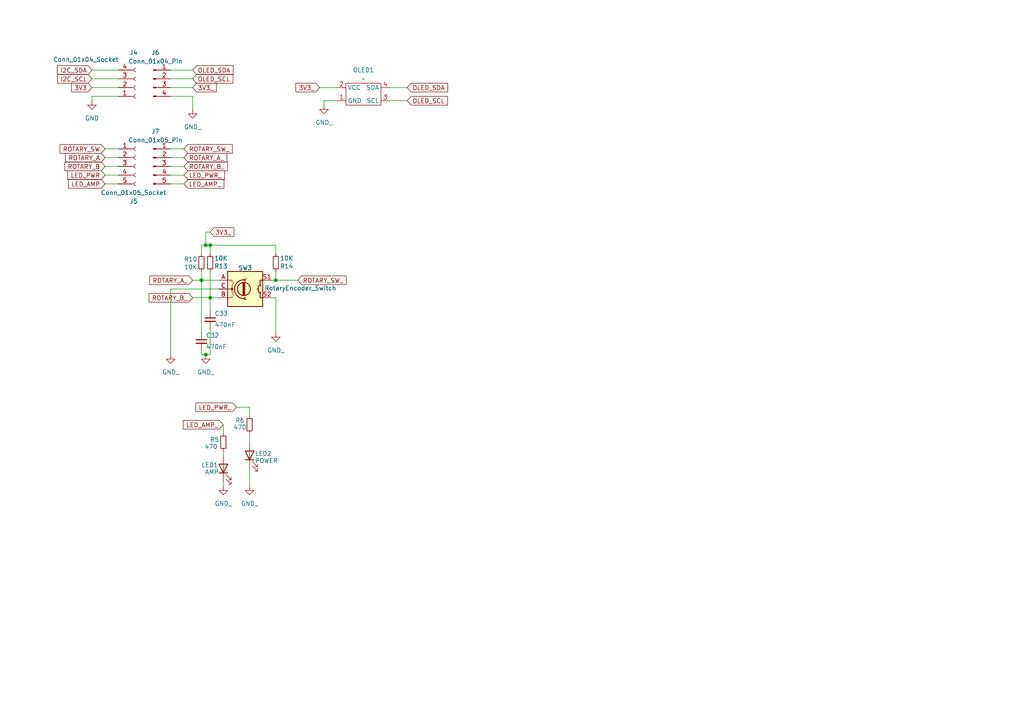
<source format=kicad_sch>
(kicad_sch
	(version 20231120)
	(generator "eeschema")
	(generator_version "8.0")
	(uuid "4b7e3746-bc42-460d-98b3-062b4492ef38")
	(paper "A4")
	(lib_symbols
		(symbol "Connector:Conn_01x04_Pin"
			(pin_names
				(offset 1.016) hide)
			(exclude_from_sim no)
			(in_bom yes)
			(on_board yes)
			(property "Reference" "J"
				(at 0 5.08 0)
				(effects
					(font
						(size 1.27 1.27)
					)
				)
			)
			(property "Value" "Conn_01x04_Pin"
				(at 0 -7.62 0)
				(effects
					(font
						(size 1.27 1.27)
					)
				)
			)
			(property "Footprint" ""
				(at 0 0 0)
				(effects
					(font
						(size 1.27 1.27)
					)
					(hide yes)
				)
			)
			(property "Datasheet" "~"
				(at 0 0 0)
				(effects
					(font
						(size 1.27 1.27)
					)
					(hide yes)
				)
			)
			(property "Description" "Generic connector, single row, 01x04, script generated"
				(at 0 0 0)
				(effects
					(font
						(size 1.27 1.27)
					)
					(hide yes)
				)
			)
			(property "ki_locked" ""
				(at 0 0 0)
				(effects
					(font
						(size 1.27 1.27)
					)
				)
			)
			(property "ki_keywords" "connector"
				(at 0 0 0)
				(effects
					(font
						(size 1.27 1.27)
					)
					(hide yes)
				)
			)
			(property "ki_fp_filters" "Connector*:*_1x??_*"
				(at 0 0 0)
				(effects
					(font
						(size 1.27 1.27)
					)
					(hide yes)
				)
			)
			(symbol "Conn_01x04_Pin_1_1"
				(polyline
					(pts
						(xy 1.27 -5.08) (xy 0.8636 -5.08)
					)
					(stroke
						(width 0.1524)
						(type default)
					)
					(fill
						(type none)
					)
				)
				(polyline
					(pts
						(xy 1.27 -2.54) (xy 0.8636 -2.54)
					)
					(stroke
						(width 0.1524)
						(type default)
					)
					(fill
						(type none)
					)
				)
				(polyline
					(pts
						(xy 1.27 0) (xy 0.8636 0)
					)
					(stroke
						(width 0.1524)
						(type default)
					)
					(fill
						(type none)
					)
				)
				(polyline
					(pts
						(xy 1.27 2.54) (xy 0.8636 2.54)
					)
					(stroke
						(width 0.1524)
						(type default)
					)
					(fill
						(type none)
					)
				)
				(rectangle
					(start 0.8636 -4.953)
					(end 0 -5.207)
					(stroke
						(width 0.1524)
						(type default)
					)
					(fill
						(type outline)
					)
				)
				(rectangle
					(start 0.8636 -2.413)
					(end 0 -2.667)
					(stroke
						(width 0.1524)
						(type default)
					)
					(fill
						(type outline)
					)
				)
				(rectangle
					(start 0.8636 0.127)
					(end 0 -0.127)
					(stroke
						(width 0.1524)
						(type default)
					)
					(fill
						(type outline)
					)
				)
				(rectangle
					(start 0.8636 2.667)
					(end 0 2.413)
					(stroke
						(width 0.1524)
						(type default)
					)
					(fill
						(type outline)
					)
				)
				(pin passive line
					(at 5.08 2.54 180)
					(length 3.81)
					(name "Pin_1"
						(effects
							(font
								(size 1.27 1.27)
							)
						)
					)
					(number "1"
						(effects
							(font
								(size 1.27 1.27)
							)
						)
					)
				)
				(pin passive line
					(at 5.08 0 180)
					(length 3.81)
					(name "Pin_2"
						(effects
							(font
								(size 1.27 1.27)
							)
						)
					)
					(number "2"
						(effects
							(font
								(size 1.27 1.27)
							)
						)
					)
				)
				(pin passive line
					(at 5.08 -2.54 180)
					(length 3.81)
					(name "Pin_3"
						(effects
							(font
								(size 1.27 1.27)
							)
						)
					)
					(number "3"
						(effects
							(font
								(size 1.27 1.27)
							)
						)
					)
				)
				(pin passive line
					(at 5.08 -5.08 180)
					(length 3.81)
					(name "Pin_4"
						(effects
							(font
								(size 1.27 1.27)
							)
						)
					)
					(number "4"
						(effects
							(font
								(size 1.27 1.27)
							)
						)
					)
				)
			)
		)
		(symbol "Connector:Conn_01x04_Socket"
			(pin_names
				(offset 1.016) hide)
			(exclude_from_sim no)
			(in_bom yes)
			(on_board yes)
			(property "Reference" "J"
				(at 0 5.08 0)
				(effects
					(font
						(size 1.27 1.27)
					)
				)
			)
			(property "Value" "Conn_01x04_Socket"
				(at 0 -7.62 0)
				(effects
					(font
						(size 1.27 1.27)
					)
				)
			)
			(property "Footprint" ""
				(at 0 0 0)
				(effects
					(font
						(size 1.27 1.27)
					)
					(hide yes)
				)
			)
			(property "Datasheet" "~"
				(at 0 0 0)
				(effects
					(font
						(size 1.27 1.27)
					)
					(hide yes)
				)
			)
			(property "Description" "Generic connector, single row, 01x04, script generated"
				(at 0 0 0)
				(effects
					(font
						(size 1.27 1.27)
					)
					(hide yes)
				)
			)
			(property "ki_locked" ""
				(at 0 0 0)
				(effects
					(font
						(size 1.27 1.27)
					)
				)
			)
			(property "ki_keywords" "connector"
				(at 0 0 0)
				(effects
					(font
						(size 1.27 1.27)
					)
					(hide yes)
				)
			)
			(property "ki_fp_filters" "Connector*:*_1x??_*"
				(at 0 0 0)
				(effects
					(font
						(size 1.27 1.27)
					)
					(hide yes)
				)
			)
			(symbol "Conn_01x04_Socket_1_1"
				(arc
					(start 0 -4.572)
					(mid -0.5058 -5.08)
					(end 0 -5.588)
					(stroke
						(width 0.1524)
						(type default)
					)
					(fill
						(type none)
					)
				)
				(arc
					(start 0 -2.032)
					(mid -0.5058 -2.54)
					(end 0 -3.048)
					(stroke
						(width 0.1524)
						(type default)
					)
					(fill
						(type none)
					)
				)
				(polyline
					(pts
						(xy -1.27 -5.08) (xy -0.508 -5.08)
					)
					(stroke
						(width 0.1524)
						(type default)
					)
					(fill
						(type none)
					)
				)
				(polyline
					(pts
						(xy -1.27 -2.54) (xy -0.508 -2.54)
					)
					(stroke
						(width 0.1524)
						(type default)
					)
					(fill
						(type none)
					)
				)
				(polyline
					(pts
						(xy -1.27 0) (xy -0.508 0)
					)
					(stroke
						(width 0.1524)
						(type default)
					)
					(fill
						(type none)
					)
				)
				(polyline
					(pts
						(xy -1.27 2.54) (xy -0.508 2.54)
					)
					(stroke
						(width 0.1524)
						(type default)
					)
					(fill
						(type none)
					)
				)
				(arc
					(start 0 0.508)
					(mid -0.5058 0)
					(end 0 -0.508)
					(stroke
						(width 0.1524)
						(type default)
					)
					(fill
						(type none)
					)
				)
				(arc
					(start 0 3.048)
					(mid -0.5058 2.54)
					(end 0 2.032)
					(stroke
						(width 0.1524)
						(type default)
					)
					(fill
						(type none)
					)
				)
				(pin passive line
					(at -5.08 2.54 0)
					(length 3.81)
					(name "Pin_1"
						(effects
							(font
								(size 1.27 1.27)
							)
						)
					)
					(number "1"
						(effects
							(font
								(size 1.27 1.27)
							)
						)
					)
				)
				(pin passive line
					(at -5.08 0 0)
					(length 3.81)
					(name "Pin_2"
						(effects
							(font
								(size 1.27 1.27)
							)
						)
					)
					(number "2"
						(effects
							(font
								(size 1.27 1.27)
							)
						)
					)
				)
				(pin passive line
					(at -5.08 -2.54 0)
					(length 3.81)
					(name "Pin_3"
						(effects
							(font
								(size 1.27 1.27)
							)
						)
					)
					(number "3"
						(effects
							(font
								(size 1.27 1.27)
							)
						)
					)
				)
				(pin passive line
					(at -5.08 -5.08 0)
					(length 3.81)
					(name "Pin_4"
						(effects
							(font
								(size 1.27 1.27)
							)
						)
					)
					(number "4"
						(effects
							(font
								(size 1.27 1.27)
							)
						)
					)
				)
			)
		)
		(symbol "Connector:Conn_01x05_Pin"
			(pin_names
				(offset 1.016) hide)
			(exclude_from_sim no)
			(in_bom yes)
			(on_board yes)
			(property "Reference" "J"
				(at 0 7.62 0)
				(effects
					(font
						(size 1.27 1.27)
					)
				)
			)
			(property "Value" "Conn_01x05_Pin"
				(at 0 -7.62 0)
				(effects
					(font
						(size 1.27 1.27)
					)
				)
			)
			(property "Footprint" ""
				(at 0 0 0)
				(effects
					(font
						(size 1.27 1.27)
					)
					(hide yes)
				)
			)
			(property "Datasheet" "~"
				(at 0 0 0)
				(effects
					(font
						(size 1.27 1.27)
					)
					(hide yes)
				)
			)
			(property "Description" "Generic connector, single row, 01x05, script generated"
				(at 0 0 0)
				(effects
					(font
						(size 1.27 1.27)
					)
					(hide yes)
				)
			)
			(property "ki_locked" ""
				(at 0 0 0)
				(effects
					(font
						(size 1.27 1.27)
					)
				)
			)
			(property "ki_keywords" "connector"
				(at 0 0 0)
				(effects
					(font
						(size 1.27 1.27)
					)
					(hide yes)
				)
			)
			(property "ki_fp_filters" "Connector*:*_1x??_*"
				(at 0 0 0)
				(effects
					(font
						(size 1.27 1.27)
					)
					(hide yes)
				)
			)
			(symbol "Conn_01x05_Pin_1_1"
				(polyline
					(pts
						(xy 1.27 -5.08) (xy 0.8636 -5.08)
					)
					(stroke
						(width 0.1524)
						(type default)
					)
					(fill
						(type none)
					)
				)
				(polyline
					(pts
						(xy 1.27 -2.54) (xy 0.8636 -2.54)
					)
					(stroke
						(width 0.1524)
						(type default)
					)
					(fill
						(type none)
					)
				)
				(polyline
					(pts
						(xy 1.27 0) (xy 0.8636 0)
					)
					(stroke
						(width 0.1524)
						(type default)
					)
					(fill
						(type none)
					)
				)
				(polyline
					(pts
						(xy 1.27 2.54) (xy 0.8636 2.54)
					)
					(stroke
						(width 0.1524)
						(type default)
					)
					(fill
						(type none)
					)
				)
				(polyline
					(pts
						(xy 1.27 5.08) (xy 0.8636 5.08)
					)
					(stroke
						(width 0.1524)
						(type default)
					)
					(fill
						(type none)
					)
				)
				(rectangle
					(start 0.8636 -4.953)
					(end 0 -5.207)
					(stroke
						(width 0.1524)
						(type default)
					)
					(fill
						(type outline)
					)
				)
				(rectangle
					(start 0.8636 -2.413)
					(end 0 -2.667)
					(stroke
						(width 0.1524)
						(type default)
					)
					(fill
						(type outline)
					)
				)
				(rectangle
					(start 0.8636 0.127)
					(end 0 -0.127)
					(stroke
						(width 0.1524)
						(type default)
					)
					(fill
						(type outline)
					)
				)
				(rectangle
					(start 0.8636 2.667)
					(end 0 2.413)
					(stroke
						(width 0.1524)
						(type default)
					)
					(fill
						(type outline)
					)
				)
				(rectangle
					(start 0.8636 5.207)
					(end 0 4.953)
					(stroke
						(width 0.1524)
						(type default)
					)
					(fill
						(type outline)
					)
				)
				(pin passive line
					(at 5.08 5.08 180)
					(length 3.81)
					(name "Pin_1"
						(effects
							(font
								(size 1.27 1.27)
							)
						)
					)
					(number "1"
						(effects
							(font
								(size 1.27 1.27)
							)
						)
					)
				)
				(pin passive line
					(at 5.08 2.54 180)
					(length 3.81)
					(name "Pin_2"
						(effects
							(font
								(size 1.27 1.27)
							)
						)
					)
					(number "2"
						(effects
							(font
								(size 1.27 1.27)
							)
						)
					)
				)
				(pin passive line
					(at 5.08 0 180)
					(length 3.81)
					(name "Pin_3"
						(effects
							(font
								(size 1.27 1.27)
							)
						)
					)
					(number "3"
						(effects
							(font
								(size 1.27 1.27)
							)
						)
					)
				)
				(pin passive line
					(at 5.08 -2.54 180)
					(length 3.81)
					(name "Pin_4"
						(effects
							(font
								(size 1.27 1.27)
							)
						)
					)
					(number "4"
						(effects
							(font
								(size 1.27 1.27)
							)
						)
					)
				)
				(pin passive line
					(at 5.08 -5.08 180)
					(length 3.81)
					(name "Pin_5"
						(effects
							(font
								(size 1.27 1.27)
							)
						)
					)
					(number "5"
						(effects
							(font
								(size 1.27 1.27)
							)
						)
					)
				)
			)
		)
		(symbol "Connector:Conn_01x05_Socket"
			(pin_names
				(offset 1.016) hide)
			(exclude_from_sim no)
			(in_bom yes)
			(on_board yes)
			(property "Reference" "J"
				(at 0 7.62 0)
				(effects
					(font
						(size 1.27 1.27)
					)
				)
			)
			(property "Value" "Conn_01x05_Socket"
				(at 0 -7.62 0)
				(effects
					(font
						(size 1.27 1.27)
					)
				)
			)
			(property "Footprint" ""
				(at 0 0 0)
				(effects
					(font
						(size 1.27 1.27)
					)
					(hide yes)
				)
			)
			(property "Datasheet" "~"
				(at 0 0 0)
				(effects
					(font
						(size 1.27 1.27)
					)
					(hide yes)
				)
			)
			(property "Description" "Generic connector, single row, 01x05, script generated"
				(at 0 0 0)
				(effects
					(font
						(size 1.27 1.27)
					)
					(hide yes)
				)
			)
			(property "ki_locked" ""
				(at 0 0 0)
				(effects
					(font
						(size 1.27 1.27)
					)
				)
			)
			(property "ki_keywords" "connector"
				(at 0 0 0)
				(effects
					(font
						(size 1.27 1.27)
					)
					(hide yes)
				)
			)
			(property "ki_fp_filters" "Connector*:*_1x??_*"
				(at 0 0 0)
				(effects
					(font
						(size 1.27 1.27)
					)
					(hide yes)
				)
			)
			(symbol "Conn_01x05_Socket_1_1"
				(arc
					(start 0 -4.572)
					(mid -0.5058 -5.08)
					(end 0 -5.588)
					(stroke
						(width 0.1524)
						(type default)
					)
					(fill
						(type none)
					)
				)
				(arc
					(start 0 -2.032)
					(mid -0.5058 -2.54)
					(end 0 -3.048)
					(stroke
						(width 0.1524)
						(type default)
					)
					(fill
						(type none)
					)
				)
				(polyline
					(pts
						(xy -1.27 -5.08) (xy -0.508 -5.08)
					)
					(stroke
						(width 0.1524)
						(type default)
					)
					(fill
						(type none)
					)
				)
				(polyline
					(pts
						(xy -1.27 -2.54) (xy -0.508 -2.54)
					)
					(stroke
						(width 0.1524)
						(type default)
					)
					(fill
						(type none)
					)
				)
				(polyline
					(pts
						(xy -1.27 0) (xy -0.508 0)
					)
					(stroke
						(width 0.1524)
						(type default)
					)
					(fill
						(type none)
					)
				)
				(polyline
					(pts
						(xy -1.27 2.54) (xy -0.508 2.54)
					)
					(stroke
						(width 0.1524)
						(type default)
					)
					(fill
						(type none)
					)
				)
				(polyline
					(pts
						(xy -1.27 5.08) (xy -0.508 5.08)
					)
					(stroke
						(width 0.1524)
						(type default)
					)
					(fill
						(type none)
					)
				)
				(arc
					(start 0 0.508)
					(mid -0.5058 0)
					(end 0 -0.508)
					(stroke
						(width 0.1524)
						(type default)
					)
					(fill
						(type none)
					)
				)
				(arc
					(start 0 3.048)
					(mid -0.5058 2.54)
					(end 0 2.032)
					(stroke
						(width 0.1524)
						(type default)
					)
					(fill
						(type none)
					)
				)
				(arc
					(start 0 5.588)
					(mid -0.5058 5.08)
					(end 0 4.572)
					(stroke
						(width 0.1524)
						(type default)
					)
					(fill
						(type none)
					)
				)
				(pin passive line
					(at -5.08 5.08 0)
					(length 3.81)
					(name "Pin_1"
						(effects
							(font
								(size 1.27 1.27)
							)
						)
					)
					(number "1"
						(effects
							(font
								(size 1.27 1.27)
							)
						)
					)
				)
				(pin passive line
					(at -5.08 2.54 0)
					(length 3.81)
					(name "Pin_2"
						(effects
							(font
								(size 1.27 1.27)
							)
						)
					)
					(number "2"
						(effects
							(font
								(size 1.27 1.27)
							)
						)
					)
				)
				(pin passive line
					(at -5.08 0 0)
					(length 3.81)
					(name "Pin_3"
						(effects
							(font
								(size 1.27 1.27)
							)
						)
					)
					(number "3"
						(effects
							(font
								(size 1.27 1.27)
							)
						)
					)
				)
				(pin passive line
					(at -5.08 -2.54 0)
					(length 3.81)
					(name "Pin_4"
						(effects
							(font
								(size 1.27 1.27)
							)
						)
					)
					(number "4"
						(effects
							(font
								(size 1.27 1.27)
							)
						)
					)
				)
				(pin passive line
					(at -5.08 -5.08 0)
					(length 3.81)
					(name "Pin_5"
						(effects
							(font
								(size 1.27 1.27)
							)
						)
					)
					(number "5"
						(effects
							(font
								(size 1.27 1.27)
							)
						)
					)
				)
			)
		)
		(symbol "Device:C_Small"
			(pin_numbers hide)
			(pin_names
				(offset 0.254) hide)
			(exclude_from_sim no)
			(in_bom yes)
			(on_board yes)
			(property "Reference" "C"
				(at 0.254 1.778 0)
				(effects
					(font
						(size 1.27 1.27)
					)
					(justify left)
				)
			)
			(property "Value" "C_Small"
				(at 0.254 -2.032 0)
				(effects
					(font
						(size 1.27 1.27)
					)
					(justify left)
				)
			)
			(property "Footprint" ""
				(at 0 0 0)
				(effects
					(font
						(size 1.27 1.27)
					)
					(hide yes)
				)
			)
			(property "Datasheet" "~"
				(at 0 0 0)
				(effects
					(font
						(size 1.27 1.27)
					)
					(hide yes)
				)
			)
			(property "Description" "Unpolarized capacitor, small symbol"
				(at 0 0 0)
				(effects
					(font
						(size 1.27 1.27)
					)
					(hide yes)
				)
			)
			(property "ki_keywords" "capacitor cap"
				(at 0 0 0)
				(effects
					(font
						(size 1.27 1.27)
					)
					(hide yes)
				)
			)
			(property "ki_fp_filters" "C_*"
				(at 0 0 0)
				(effects
					(font
						(size 1.27 1.27)
					)
					(hide yes)
				)
			)
			(symbol "C_Small_0_1"
				(polyline
					(pts
						(xy -1.524 -0.508) (xy 1.524 -0.508)
					)
					(stroke
						(width 0.3302)
						(type default)
					)
					(fill
						(type none)
					)
				)
				(polyline
					(pts
						(xy -1.524 0.508) (xy 1.524 0.508)
					)
					(stroke
						(width 0.3048)
						(type default)
					)
					(fill
						(type none)
					)
				)
			)
			(symbol "C_Small_1_1"
				(pin passive line
					(at 0 2.54 270)
					(length 2.032)
					(name "~"
						(effects
							(font
								(size 1.27 1.27)
							)
						)
					)
					(number "1"
						(effects
							(font
								(size 1.27 1.27)
							)
						)
					)
				)
				(pin passive line
					(at 0 -2.54 90)
					(length 2.032)
					(name "~"
						(effects
							(font
								(size 1.27 1.27)
							)
						)
					)
					(number "2"
						(effects
							(font
								(size 1.27 1.27)
							)
						)
					)
				)
			)
		)
		(symbol "Device:LED"
			(pin_numbers hide)
			(pin_names
				(offset 1.016) hide)
			(exclude_from_sim no)
			(in_bom yes)
			(on_board yes)
			(property "Reference" "D"
				(at 0 2.54 0)
				(effects
					(font
						(size 1.27 1.27)
					)
				)
			)
			(property "Value" "LED"
				(at 0 -2.54 0)
				(effects
					(font
						(size 1.27 1.27)
					)
				)
			)
			(property "Footprint" ""
				(at 0 0 0)
				(effects
					(font
						(size 1.27 1.27)
					)
					(hide yes)
				)
			)
			(property "Datasheet" "~"
				(at 0 0 0)
				(effects
					(font
						(size 1.27 1.27)
					)
					(hide yes)
				)
			)
			(property "Description" "Light emitting diode"
				(at 0 0 0)
				(effects
					(font
						(size 1.27 1.27)
					)
					(hide yes)
				)
			)
			(property "ki_keywords" "LED diode"
				(at 0 0 0)
				(effects
					(font
						(size 1.27 1.27)
					)
					(hide yes)
				)
			)
			(property "ki_fp_filters" "LED* LED_SMD:* LED_THT:*"
				(at 0 0 0)
				(effects
					(font
						(size 1.27 1.27)
					)
					(hide yes)
				)
			)
			(symbol "LED_0_1"
				(polyline
					(pts
						(xy -1.27 -1.27) (xy -1.27 1.27)
					)
					(stroke
						(width 0.254)
						(type default)
					)
					(fill
						(type none)
					)
				)
				(polyline
					(pts
						(xy -1.27 0) (xy 1.27 0)
					)
					(stroke
						(width 0)
						(type default)
					)
					(fill
						(type none)
					)
				)
				(polyline
					(pts
						(xy 1.27 -1.27) (xy 1.27 1.27) (xy -1.27 0) (xy 1.27 -1.27)
					)
					(stroke
						(width 0.254)
						(type default)
					)
					(fill
						(type none)
					)
				)
				(polyline
					(pts
						(xy -3.048 -0.762) (xy -4.572 -2.286) (xy -3.81 -2.286) (xy -4.572 -2.286) (xy -4.572 -1.524)
					)
					(stroke
						(width 0)
						(type default)
					)
					(fill
						(type none)
					)
				)
				(polyline
					(pts
						(xy -1.778 -0.762) (xy -3.302 -2.286) (xy -2.54 -2.286) (xy -3.302 -2.286) (xy -3.302 -1.524)
					)
					(stroke
						(width 0)
						(type default)
					)
					(fill
						(type none)
					)
				)
			)
			(symbol "LED_1_1"
				(pin passive line
					(at -3.81 0 0)
					(length 2.54)
					(name "K"
						(effects
							(font
								(size 1.27 1.27)
							)
						)
					)
					(number "1"
						(effects
							(font
								(size 1.27 1.27)
							)
						)
					)
				)
				(pin passive line
					(at 3.81 0 180)
					(length 2.54)
					(name "A"
						(effects
							(font
								(size 1.27 1.27)
							)
						)
					)
					(number "2"
						(effects
							(font
								(size 1.27 1.27)
							)
						)
					)
				)
			)
		)
		(symbol "Device:R_Small"
			(pin_numbers hide)
			(pin_names
				(offset 0.254) hide)
			(exclude_from_sim no)
			(in_bom yes)
			(on_board yes)
			(property "Reference" "R"
				(at 0.762 0.508 0)
				(effects
					(font
						(size 1.27 1.27)
					)
					(justify left)
				)
			)
			(property "Value" "R_Small"
				(at 0.762 -1.016 0)
				(effects
					(font
						(size 1.27 1.27)
					)
					(justify left)
				)
			)
			(property "Footprint" ""
				(at 0 0 0)
				(effects
					(font
						(size 1.27 1.27)
					)
					(hide yes)
				)
			)
			(property "Datasheet" "~"
				(at 0 0 0)
				(effects
					(font
						(size 1.27 1.27)
					)
					(hide yes)
				)
			)
			(property "Description" "Resistor, small symbol"
				(at 0 0 0)
				(effects
					(font
						(size 1.27 1.27)
					)
					(hide yes)
				)
			)
			(property "ki_keywords" "R resistor"
				(at 0 0 0)
				(effects
					(font
						(size 1.27 1.27)
					)
					(hide yes)
				)
			)
			(property "ki_fp_filters" "R_*"
				(at 0 0 0)
				(effects
					(font
						(size 1.27 1.27)
					)
					(hide yes)
				)
			)
			(symbol "R_Small_0_1"
				(rectangle
					(start -0.762 1.778)
					(end 0.762 -1.778)
					(stroke
						(width 0.2032)
						(type default)
					)
					(fill
						(type none)
					)
				)
			)
			(symbol "R_Small_1_1"
				(pin passive line
					(at 0 2.54 270)
					(length 0.762)
					(name "~"
						(effects
							(font
								(size 1.27 1.27)
							)
						)
					)
					(number "1"
						(effects
							(font
								(size 1.27 1.27)
							)
						)
					)
				)
				(pin passive line
					(at 0 -2.54 90)
					(length 0.762)
					(name "~"
						(effects
							(font
								(size 1.27 1.27)
							)
						)
					)
					(number "2"
						(effects
							(font
								(size 1.27 1.27)
							)
						)
					)
				)
			)
		)
		(symbol "Device:RotaryEncoder_Switch"
			(pin_names
				(offset 0.254) hide)
			(exclude_from_sim no)
			(in_bom yes)
			(on_board yes)
			(property "Reference" "SW"
				(at 0 6.604 0)
				(effects
					(font
						(size 1.27 1.27)
					)
				)
			)
			(property "Value" "RotaryEncoder_Switch"
				(at 0 -6.604 0)
				(effects
					(font
						(size 1.27 1.27)
					)
				)
			)
			(property "Footprint" ""
				(at -3.81 4.064 0)
				(effects
					(font
						(size 1.27 1.27)
					)
					(hide yes)
				)
			)
			(property "Datasheet" "~"
				(at 0 6.604 0)
				(effects
					(font
						(size 1.27 1.27)
					)
					(hide yes)
				)
			)
			(property "Description" "Rotary encoder, dual channel, incremental quadrate outputs, with switch"
				(at 0 0 0)
				(effects
					(font
						(size 1.27 1.27)
					)
					(hide yes)
				)
			)
			(property "ki_keywords" "rotary switch encoder switch push button"
				(at 0 0 0)
				(effects
					(font
						(size 1.27 1.27)
					)
					(hide yes)
				)
			)
			(property "ki_fp_filters" "RotaryEncoder*Switch*"
				(at 0 0 0)
				(effects
					(font
						(size 1.27 1.27)
					)
					(hide yes)
				)
			)
			(symbol "RotaryEncoder_Switch_0_1"
				(rectangle
					(start -5.08 5.08)
					(end 5.08 -5.08)
					(stroke
						(width 0.254)
						(type default)
					)
					(fill
						(type background)
					)
				)
				(circle
					(center -3.81 0)
					(radius 0.254)
					(stroke
						(width 0)
						(type default)
					)
					(fill
						(type outline)
					)
				)
				(circle
					(center -0.381 0)
					(radius 1.905)
					(stroke
						(width 0.254)
						(type default)
					)
					(fill
						(type none)
					)
				)
				(arc
					(start -0.381 2.667)
					(mid -3.0988 -0.0635)
					(end -0.381 -2.794)
					(stroke
						(width 0.254)
						(type default)
					)
					(fill
						(type none)
					)
				)
				(polyline
					(pts
						(xy -0.635 -1.778) (xy -0.635 1.778)
					)
					(stroke
						(width 0.254)
						(type default)
					)
					(fill
						(type none)
					)
				)
				(polyline
					(pts
						(xy -0.381 -1.778) (xy -0.381 1.778)
					)
					(stroke
						(width 0.254)
						(type default)
					)
					(fill
						(type none)
					)
				)
				(polyline
					(pts
						(xy -0.127 1.778) (xy -0.127 -1.778)
					)
					(stroke
						(width 0.254)
						(type default)
					)
					(fill
						(type none)
					)
				)
				(polyline
					(pts
						(xy 3.81 0) (xy 3.429 0)
					)
					(stroke
						(width 0.254)
						(type default)
					)
					(fill
						(type none)
					)
				)
				(polyline
					(pts
						(xy 3.81 1.016) (xy 3.81 -1.016)
					)
					(stroke
						(width 0.254)
						(type default)
					)
					(fill
						(type none)
					)
				)
				(polyline
					(pts
						(xy -5.08 -2.54) (xy -3.81 -2.54) (xy -3.81 -2.032)
					)
					(stroke
						(width 0)
						(type default)
					)
					(fill
						(type none)
					)
				)
				(polyline
					(pts
						(xy -5.08 2.54) (xy -3.81 2.54) (xy -3.81 2.032)
					)
					(stroke
						(width 0)
						(type default)
					)
					(fill
						(type none)
					)
				)
				(polyline
					(pts
						(xy 0.254 -3.048) (xy -0.508 -2.794) (xy 0.127 -2.413)
					)
					(stroke
						(width 0.254)
						(type default)
					)
					(fill
						(type none)
					)
				)
				(polyline
					(pts
						(xy 0.254 2.921) (xy -0.508 2.667) (xy 0.127 2.286)
					)
					(stroke
						(width 0.254)
						(type default)
					)
					(fill
						(type none)
					)
				)
				(polyline
					(pts
						(xy 5.08 -2.54) (xy 4.318 -2.54) (xy 4.318 -1.016)
					)
					(stroke
						(width 0.254)
						(type default)
					)
					(fill
						(type none)
					)
				)
				(polyline
					(pts
						(xy 5.08 2.54) (xy 4.318 2.54) (xy 4.318 1.016)
					)
					(stroke
						(width 0.254)
						(type default)
					)
					(fill
						(type none)
					)
				)
				(polyline
					(pts
						(xy -5.08 0) (xy -3.81 0) (xy -3.81 -1.016) (xy -3.302 -2.032)
					)
					(stroke
						(width 0)
						(type default)
					)
					(fill
						(type none)
					)
				)
				(polyline
					(pts
						(xy -4.318 0) (xy -3.81 0) (xy -3.81 1.016) (xy -3.302 2.032)
					)
					(stroke
						(width 0)
						(type default)
					)
					(fill
						(type none)
					)
				)
				(circle
					(center 4.318 -1.016)
					(radius 0.127)
					(stroke
						(width 0.254)
						(type default)
					)
					(fill
						(type none)
					)
				)
				(circle
					(center 4.318 1.016)
					(radius 0.127)
					(stroke
						(width 0.254)
						(type default)
					)
					(fill
						(type none)
					)
				)
			)
			(symbol "RotaryEncoder_Switch_1_1"
				(pin passive line
					(at -7.62 2.54 0)
					(length 2.54)
					(name "A"
						(effects
							(font
								(size 1.27 1.27)
							)
						)
					)
					(number "A"
						(effects
							(font
								(size 1.27 1.27)
							)
						)
					)
				)
				(pin passive line
					(at -7.62 -2.54 0)
					(length 2.54)
					(name "B"
						(effects
							(font
								(size 1.27 1.27)
							)
						)
					)
					(number "B"
						(effects
							(font
								(size 1.27 1.27)
							)
						)
					)
				)
				(pin passive line
					(at -7.62 0 0)
					(length 2.54)
					(name "C"
						(effects
							(font
								(size 1.27 1.27)
							)
						)
					)
					(number "C"
						(effects
							(font
								(size 1.27 1.27)
							)
						)
					)
				)
				(pin passive line
					(at 7.62 2.54 180)
					(length 2.54)
					(name "S1"
						(effects
							(font
								(size 1.27 1.27)
							)
						)
					)
					(number "S1"
						(effects
							(font
								(size 1.27 1.27)
							)
						)
					)
				)
				(pin passive line
					(at 7.62 -2.54 180)
					(length 2.54)
					(name "S2"
						(effects
							(font
								(size 1.27 1.27)
							)
						)
					)
					(number "S2"
						(effects
							(font
								(size 1.27 1.27)
							)
						)
					)
				)
			)
		)
		(symbol "local_lbr:OLED_128_32"
			(exclude_from_sim no)
			(in_bom yes)
			(on_board yes)
			(property "Reference" "OLED"
				(at -2.54 5.334 0)
				(effects
					(font
						(size 1.27 1.27)
					)
				)
			)
			(property "Value" ""
				(at 0 0 0)
				(effects
					(font
						(size 1.27 1.27)
					)
				)
			)
			(property "Footprint" ""
				(at 0 0 0)
				(effects
					(font
						(size 1.27 1.27)
					)
					(hide yes)
				)
			)
			(property "Datasheet" ""
				(at 0 0 0)
				(effects
					(font
						(size 1.27 1.27)
					)
					(hide yes)
				)
			)
			(property "Description" ""
				(at 0 0 0)
				(effects
					(font
						(size 1.27 1.27)
					)
					(hide yes)
				)
			)
			(symbol "OLED_128_32_0_1"
				(rectangle
					(start -5.08 3.81)
					(end 5.08 -2.54)
					(stroke
						(width 0)
						(type default)
					)
					(fill
						(type none)
					)
				)
			)
			(symbol "OLED_128_32_1_1"
				(pin power_in line
					(at -7.62 -1.27 0)
					(length 2.54)
					(name "GND"
						(effects
							(font
								(size 1.27 1.27)
							)
						)
					)
					(number "1"
						(effects
							(font
								(size 1.27 1.27)
							)
						)
					)
				)
				(pin power_in line
					(at -7.62 2.54 0)
					(length 2.54)
					(name "VCC"
						(effects
							(font
								(size 1.27 1.27)
							)
						)
					)
					(number "2"
						(effects
							(font
								(size 1.27 1.27)
							)
						)
					)
				)
				(pin input line
					(at 7.62 -1.27 180)
					(length 2.54)
					(name "SCL"
						(effects
							(font
								(size 1.27 1.27)
							)
						)
					)
					(number "3"
						(effects
							(font
								(size 1.27 1.27)
							)
						)
					)
				)
				(pin input line
					(at 7.62 2.54 180)
					(length 2.54)
					(name "SDA"
						(effects
							(font
								(size 1.27 1.27)
							)
						)
					)
					(number "4"
						(effects
							(font
								(size 1.27 1.27)
							)
						)
					)
				)
			)
		)
		(symbol "power:GND"
			(power)
			(pin_numbers hide)
			(pin_names
				(offset 0) hide)
			(exclude_from_sim no)
			(in_bom yes)
			(on_board yes)
			(property "Reference" "#PWR"
				(at 0 -6.35 0)
				(effects
					(font
						(size 1.27 1.27)
					)
					(hide yes)
				)
			)
			(property "Value" "GND"
				(at 0 -3.81 0)
				(effects
					(font
						(size 1.27 1.27)
					)
				)
			)
			(property "Footprint" ""
				(at 0 0 0)
				(effects
					(font
						(size 1.27 1.27)
					)
					(hide yes)
				)
			)
			(property "Datasheet" ""
				(at 0 0 0)
				(effects
					(font
						(size 1.27 1.27)
					)
					(hide yes)
				)
			)
			(property "Description" "Power symbol creates a global label with name \"GND\" , ground"
				(at 0 0 0)
				(effects
					(font
						(size 1.27 1.27)
					)
					(hide yes)
				)
			)
			(property "ki_keywords" "global power"
				(at 0 0 0)
				(effects
					(font
						(size 1.27 1.27)
					)
					(hide yes)
				)
			)
			(symbol "GND_0_1"
				(polyline
					(pts
						(xy 0 0) (xy 0 -1.27) (xy 1.27 -1.27) (xy 0 -2.54) (xy -1.27 -1.27) (xy 0 -1.27)
					)
					(stroke
						(width 0)
						(type default)
					)
					(fill
						(type none)
					)
				)
			)
			(symbol "GND_1_1"
				(pin power_in line
					(at 0 0 270)
					(length 0)
					(name "~"
						(effects
							(font
								(size 1.27 1.27)
							)
						)
					)
					(number "1"
						(effects
							(font
								(size 1.27 1.27)
							)
						)
					)
				)
			)
		)
	)
	(junction
		(at 58.42 81.28)
		(diameter 0)
		(color 0 0 0 0)
		(uuid "19e4a6d1-1e0e-49de-9764-44878bba8ea6")
	)
	(junction
		(at 80.01 81.28)
		(diameter 0)
		(color 0 0 0 0)
		(uuid "3a78b644-0fa3-4f42-8e54-89b441d1d4f9")
	)
	(junction
		(at 59.69 71.12)
		(diameter 0)
		(color 0 0 0 0)
		(uuid "4599ad9c-92b2-462e-9e68-ae67df0249b0")
	)
	(junction
		(at 60.96 86.36)
		(diameter 0)
		(color 0 0 0 0)
		(uuid "49654358-c40b-4c4d-a8cd-b79c068b0a9e")
	)
	(junction
		(at 60.96 71.12)
		(diameter 0)
		(color 0 0 0 0)
		(uuid "5aae4da3-d278-4d6e-b64e-d207bdc441c1")
	)
	(junction
		(at 59.69 102.87)
		(diameter 0)
		(color 0 0 0 0)
		(uuid "e545a544-9471-4351-a2e9-d9dab6d8e14e")
	)
	(wire
		(pts
			(xy 34.29 53.34) (xy 30.48 53.34)
		)
		(stroke
			(width 0)
			(type default)
		)
		(uuid "0001e9d7-6ccb-4980-8865-262830586be7")
	)
	(wire
		(pts
			(xy 49.53 20.32) (xy 55.88 20.32)
		)
		(stroke
			(width 0)
			(type default)
		)
		(uuid "0db8eb73-64cc-40f5-aa49-74bcf4ba94c7")
	)
	(wire
		(pts
			(xy 34.29 20.32) (xy 26.67 20.32)
		)
		(stroke
			(width 0)
			(type default)
		)
		(uuid "0e341f02-c289-4012-b22d-f1fd1ddb8f8a")
	)
	(wire
		(pts
			(xy 58.42 102.87) (xy 58.42 101.6)
		)
		(stroke
			(width 0)
			(type default)
		)
		(uuid "13ad8ee1-469e-46f6-9ca6-d7c516e9d7d6")
	)
	(wire
		(pts
			(xy 58.42 81.28) (xy 58.42 96.52)
		)
		(stroke
			(width 0)
			(type default)
		)
		(uuid "1b17f4f3-96ba-40da-b4b3-e6b44a718dfe")
	)
	(wire
		(pts
			(xy 80.01 71.12) (xy 80.01 73.66)
		)
		(stroke
			(width 0)
			(type default)
		)
		(uuid "23fec296-2176-4f5a-990c-13565f8743e1")
	)
	(wire
		(pts
			(xy 26.67 27.94) (xy 26.67 29.21)
		)
		(stroke
			(width 0)
			(type default)
		)
		(uuid "274a7f67-6c17-48dc-8da2-2319017d422b")
	)
	(wire
		(pts
			(xy 55.88 86.36) (xy 60.96 86.36)
		)
		(stroke
			(width 0)
			(type default)
		)
		(uuid "2ce55157-6345-40f2-8a80-c6ea67bb135b")
	)
	(wire
		(pts
			(xy 34.29 50.8) (xy 30.48 50.8)
		)
		(stroke
			(width 0)
			(type default)
		)
		(uuid "30274f83-02d5-4110-a6f6-428556edceec")
	)
	(wire
		(pts
			(xy 80.01 78.74) (xy 80.01 81.28)
		)
		(stroke
			(width 0)
			(type default)
		)
		(uuid "3301bc61-2737-4ae5-9dff-892e21821fa1")
	)
	(wire
		(pts
			(xy 64.77 139.7) (xy 64.77 140.97)
		)
		(stroke
			(width 0)
			(type default)
		)
		(uuid "3c43f60d-f5d6-45f9-a038-6e811c20853d")
	)
	(wire
		(pts
			(xy 92.71 25.4) (xy 97.79 25.4)
		)
		(stroke
			(width 0)
			(type default)
		)
		(uuid "3da04309-1e27-48c8-b845-dbcfaa81d64d")
	)
	(wire
		(pts
			(xy 80.01 81.28) (xy 86.36 81.28)
		)
		(stroke
			(width 0)
			(type default)
		)
		(uuid "3f18d8cf-6320-4ba0-8f83-89aa5bc14950")
	)
	(wire
		(pts
			(xy 113.03 29.21) (xy 118.11 29.21)
		)
		(stroke
			(width 0)
			(type default)
		)
		(uuid "3fab10eb-ffd3-480d-983d-94ea1cb282a2")
	)
	(wire
		(pts
			(xy 60.96 95.25) (xy 60.96 102.87)
		)
		(stroke
			(width 0)
			(type default)
		)
		(uuid "4197cf0f-4374-40de-ae0e-3e1636cd9ab7")
	)
	(wire
		(pts
			(xy 60.96 71.12) (xy 80.01 71.12)
		)
		(stroke
			(width 0)
			(type default)
		)
		(uuid "45f7290b-e1bd-45e7-816d-19204cabbae5")
	)
	(wire
		(pts
			(xy 93.98 30.48) (xy 93.98 29.21)
		)
		(stroke
			(width 0)
			(type default)
		)
		(uuid "48676e5c-225f-49ee-bb5d-210d095399eb")
	)
	(wire
		(pts
			(xy 64.77 130.81) (xy 64.77 132.08)
		)
		(stroke
			(width 0)
			(type default)
		)
		(uuid "4cda589e-fd4b-48a8-b092-eb5402bd8316")
	)
	(wire
		(pts
			(xy 72.39 118.11) (xy 68.58 118.11)
		)
		(stroke
			(width 0)
			(type default)
		)
		(uuid "537e5660-e68e-4500-af3d-ae352689d61a")
	)
	(wire
		(pts
			(xy 49.53 22.86) (xy 55.88 22.86)
		)
		(stroke
			(width 0)
			(type default)
		)
		(uuid "60ec27a9-9fb2-4ed8-b924-0245d279101f")
	)
	(wire
		(pts
			(xy 58.42 71.12) (xy 58.42 73.66)
		)
		(stroke
			(width 0)
			(type default)
		)
		(uuid "6d30cb3b-fce6-4d18-b473-44498f35f115")
	)
	(wire
		(pts
			(xy 49.53 50.8) (xy 53.34 50.8)
		)
		(stroke
			(width 0)
			(type default)
		)
		(uuid "7182d060-adb6-47b6-8379-b7b313e08d2a")
	)
	(wire
		(pts
			(xy 55.88 31.75) (xy 55.88 27.94)
		)
		(stroke
			(width 0)
			(type default)
		)
		(uuid "83951834-20b2-4018-865d-5bf2bdea75f8")
	)
	(wire
		(pts
			(xy 72.39 135.89) (xy 72.39 140.97)
		)
		(stroke
			(width 0)
			(type default)
		)
		(uuid "83ff30ab-cb18-40dc-968a-9b0e340b4f8b")
	)
	(wire
		(pts
			(xy 80.01 81.28) (xy 78.74 81.28)
		)
		(stroke
			(width 0)
			(type default)
		)
		(uuid "86707d01-c2ee-429a-a2a4-f110f337e766")
	)
	(wire
		(pts
			(xy 72.39 125.73) (xy 72.39 128.27)
		)
		(stroke
			(width 0)
			(type default)
		)
		(uuid "877055cc-0a99-4d19-ad13-1acbec5ac122")
	)
	(wire
		(pts
			(xy 58.42 81.28) (xy 63.5 81.28)
		)
		(stroke
			(width 0)
			(type default)
		)
		(uuid "87bc9ee9-4a5e-4916-83ff-e1e762aadde4")
	)
	(wire
		(pts
			(xy 80.01 86.36) (xy 78.74 86.36)
		)
		(stroke
			(width 0)
			(type default)
		)
		(uuid "8bb8b654-f384-4d4f-8db7-59991d087e03")
	)
	(wire
		(pts
			(xy 30.48 43.18) (xy 34.29 43.18)
		)
		(stroke
			(width 0)
			(type default)
		)
		(uuid "93996562-2a9c-4fd1-8083-83f1f04278e1")
	)
	(wire
		(pts
			(xy 49.53 102.87) (xy 49.53 83.82)
		)
		(stroke
			(width 0)
			(type default)
		)
		(uuid "9402160c-310d-4b7f-9e58-5492fc8c7388")
	)
	(wire
		(pts
			(xy 34.29 25.4) (xy 26.67 25.4)
		)
		(stroke
			(width 0)
			(type default)
		)
		(uuid "9972711d-bc9f-4730-b0a6-223b6e1c2cc9")
	)
	(wire
		(pts
			(xy 49.53 43.18) (xy 53.34 43.18)
		)
		(stroke
			(width 0)
			(type default)
		)
		(uuid "9ecda0ea-e57d-44a5-b6b4-194372006207")
	)
	(wire
		(pts
			(xy 58.42 78.74) (xy 58.42 81.28)
		)
		(stroke
			(width 0)
			(type default)
		)
		(uuid "9ed35197-1fb1-4952-b6b9-01a1663fba47")
	)
	(wire
		(pts
			(xy 55.88 81.28) (xy 58.42 81.28)
		)
		(stroke
			(width 0)
			(type default)
		)
		(uuid "a45512bf-70f0-4b05-822c-15ebe57d70fb")
	)
	(wire
		(pts
			(xy 60.96 71.12) (xy 59.69 71.12)
		)
		(stroke
			(width 0)
			(type default)
		)
		(uuid "a95a7603-4ff8-4c41-828c-3154f52fb2c5")
	)
	(wire
		(pts
			(xy 60.96 102.87) (xy 59.69 102.87)
		)
		(stroke
			(width 0)
			(type default)
		)
		(uuid "af340605-0012-4187-9620-349c6d9deaac")
	)
	(wire
		(pts
			(xy 60.96 67.31) (xy 59.69 67.31)
		)
		(stroke
			(width 0)
			(type default)
		)
		(uuid "b2193bbb-fc07-4798-a0ac-4d38e2ec6ff4")
	)
	(wire
		(pts
			(xy 60.96 86.36) (xy 60.96 90.17)
		)
		(stroke
			(width 0)
			(type default)
		)
		(uuid "bc1d9ca6-817d-4f8a-800e-06979df12a0f")
	)
	(wire
		(pts
			(xy 30.48 48.26) (xy 34.29 48.26)
		)
		(stroke
			(width 0)
			(type default)
		)
		(uuid "bf817ee7-cfd2-43aa-80f2-849eaf9f5f62")
	)
	(wire
		(pts
			(xy 113.03 25.4) (xy 118.11 25.4)
		)
		(stroke
			(width 0)
			(type default)
		)
		(uuid "c3edd09d-e604-46e2-b23e-3963f3733973")
	)
	(wire
		(pts
			(xy 59.69 71.12) (xy 58.42 71.12)
		)
		(stroke
			(width 0)
			(type default)
		)
		(uuid "c5d5e65b-fc1d-4792-b647-97e5e8139de3")
	)
	(wire
		(pts
			(xy 60.96 78.74) (xy 60.96 86.36)
		)
		(stroke
			(width 0)
			(type default)
		)
		(uuid "c871d1ed-5947-4d95-807c-493540057475")
	)
	(wire
		(pts
			(xy 30.48 45.72) (xy 34.29 45.72)
		)
		(stroke
			(width 0)
			(type default)
		)
		(uuid "d093b3e3-bbc7-44ec-9677-e7d5cdf6a1b2")
	)
	(wire
		(pts
			(xy 34.29 22.86) (xy 26.67 22.86)
		)
		(stroke
			(width 0)
			(type default)
		)
		(uuid "d7b18229-734d-4376-b1b3-5d5816d74b85")
	)
	(wire
		(pts
			(xy 49.53 45.72) (xy 53.34 45.72)
		)
		(stroke
			(width 0)
			(type default)
		)
		(uuid "d9bfb056-9449-4ce1-a3a2-3ace6485a8a8")
	)
	(wire
		(pts
			(xy 49.53 25.4) (xy 55.88 25.4)
		)
		(stroke
			(width 0)
			(type default)
		)
		(uuid "db417c26-ff11-4df6-82e0-afb2dd454250")
	)
	(wire
		(pts
			(xy 60.96 86.36) (xy 63.5 86.36)
		)
		(stroke
			(width 0)
			(type default)
		)
		(uuid "db71a500-b3d5-4333-bf8f-c158cf564730")
	)
	(wire
		(pts
			(xy 59.69 102.87) (xy 58.42 102.87)
		)
		(stroke
			(width 0)
			(type default)
		)
		(uuid "e0d0ba4b-67dc-4879-ba84-5f7e7bbea301")
	)
	(wire
		(pts
			(xy 55.88 27.94) (xy 49.53 27.94)
		)
		(stroke
			(width 0)
			(type default)
		)
		(uuid "e9726911-e514-43f7-ba7f-e5d0bd71f2af")
	)
	(wire
		(pts
			(xy 64.77 125.73) (xy 64.77 123.19)
		)
		(stroke
			(width 0)
			(type default)
		)
		(uuid "eb3c972c-3b1a-43e9-b313-6777fa218fbf")
	)
	(wire
		(pts
			(xy 59.69 67.31) (xy 59.69 71.12)
		)
		(stroke
			(width 0)
			(type default)
		)
		(uuid "ed62b6a8-5385-4eae-a696-f64879fa2887")
	)
	(wire
		(pts
			(xy 93.98 29.21) (xy 97.79 29.21)
		)
		(stroke
			(width 0)
			(type default)
		)
		(uuid "f217cdf4-8b3a-49fa-b107-d12de93e9c01")
	)
	(wire
		(pts
			(xy 49.53 83.82) (xy 63.5 83.82)
		)
		(stroke
			(width 0)
			(type default)
		)
		(uuid "f4bec5f2-35aa-4483-ba14-8aa47b713824")
	)
	(wire
		(pts
			(xy 60.96 71.12) (xy 60.96 73.66)
		)
		(stroke
			(width 0)
			(type default)
		)
		(uuid "f4f87d87-9282-4015-989d-29c377f1127f")
	)
	(wire
		(pts
			(xy 49.53 53.34) (xy 53.34 53.34)
		)
		(stroke
			(width 0)
			(type default)
		)
		(uuid "f52aa4e7-2899-4ded-9240-3a45ee9eaf55")
	)
	(wire
		(pts
			(xy 80.01 86.36) (xy 80.01 96.52)
		)
		(stroke
			(width 0)
			(type default)
		)
		(uuid "f79e66ab-b743-4b96-a0d7-ca71d303c612")
	)
	(wire
		(pts
			(xy 72.39 120.65) (xy 72.39 118.11)
		)
		(stroke
			(width 0)
			(type default)
		)
		(uuid "f8c3e38d-b1e8-4986-9721-391083266369")
	)
	(wire
		(pts
			(xy 49.53 48.26) (xy 53.34 48.26)
		)
		(stroke
			(width 0)
			(type default)
		)
		(uuid "fa592972-f9c0-443e-b17b-6aa287932c50")
	)
	(wire
		(pts
			(xy 26.67 27.94) (xy 34.29 27.94)
		)
		(stroke
			(width 0)
			(type default)
		)
		(uuid "fff4a654-5db8-49cd-90aa-935f63055fb9")
	)
	(global_label "OLED_SCL"
		(shape input)
		(at 55.88 22.86 0)
		(fields_autoplaced yes)
		(effects
			(font
				(size 1.27 1.27)
			)
			(justify left)
		)
		(uuid "097923e2-407d-4a95-9aa6-8ed32fcf4fd7")
		(property "Intersheetrefs" "${INTERSHEET_REFS}"
			(at 68.118 22.86 0)
			(effects
				(font
					(size 1.27 1.27)
				)
				(justify left)
				(hide yes)
			)
		)
	)
	(global_label "OLED_SCL"
		(shape input)
		(at 118.11 29.21 0)
		(fields_autoplaced yes)
		(effects
			(font
				(size 1.27 1.27)
			)
			(justify left)
		)
		(uuid "1fc37956-db89-4502-929d-0486e5e2f701")
		(property "Intersheetrefs" "${INTERSHEET_REFS}"
			(at 130.348 29.21 0)
			(effects
				(font
					(size 1.27 1.27)
				)
				(justify left)
				(hide yes)
			)
		)
	)
	(global_label "ROTARY_A_"
		(shape input)
		(at 53.34 45.72 0)
		(fields_autoplaced yes)
		(effects
			(font
				(size 1.27 1.27)
			)
			(justify left)
		)
		(uuid "257c7de8-dafd-416f-90d3-6dcb9a0a0843")
		(property "Intersheetrefs" "${INTERSHEET_REFS}"
			(at 66.3643 45.72 0)
			(effects
				(font
					(size 1.27 1.27)
				)
				(justify left)
				(hide yes)
			)
		)
	)
	(global_label "OLED_SDA"
		(shape input)
		(at 118.11 25.4 0)
		(fields_autoplaced yes)
		(effects
			(font
				(size 1.27 1.27)
			)
			(justify left)
		)
		(uuid "2b59c45d-0951-4fc5-815d-cb2d03b79e50")
		(property "Intersheetrefs" "${INTERSHEET_REFS}"
			(at 130.4085 25.4 0)
			(effects
				(font
					(size 1.27 1.27)
				)
				(justify left)
				(hide yes)
			)
		)
	)
	(global_label "LED_AMP_"
		(shape input)
		(at 53.34 53.34 0)
		(fields_autoplaced yes)
		(effects
			(font
				(size 1.27 1.27)
			)
			(justify left)
		)
		(uuid "2f578fe9-43ab-4971-89c2-a1ad1a9a301c")
		(property "Intersheetrefs" "${INTERSHEET_REFS}"
			(at 65.5175 53.34 0)
			(effects
				(font
					(size 1.27 1.27)
				)
				(justify left)
				(hide yes)
			)
		)
	)
	(global_label "LED_PWR_"
		(shape input)
		(at 68.58 118.11 180)
		(fields_autoplaced yes)
		(effects
			(font
				(size 1.27 1.27)
			)
			(justify right)
		)
		(uuid "3292900d-bfbe-468a-a2ef-4090beee0dba")
		(property "Intersheetrefs" "${INTERSHEET_REFS}"
			(at 56.2211 118.11 0)
			(effects
				(font
					(size 1.27 1.27)
				)
				(justify right)
				(hide yes)
			)
		)
	)
	(global_label "3V3_"
		(shape input)
		(at 92.71 25.4 180)
		(fields_autoplaced yes)
		(effects
			(font
				(size 1.27 1.27)
			)
			(justify right)
		)
		(uuid "42a893be-9ace-4d08-80df-33092e898e5e")
		(property "Intersheetrefs" "${INTERSHEET_REFS}"
			(at 85.2496 25.4 0)
			(effects
				(font
					(size 1.27 1.27)
				)
				(justify right)
				(hide yes)
			)
		)
	)
	(global_label "ROTARY_B_"
		(shape input)
		(at 53.34 48.26 0)
		(fields_autoplaced yes)
		(effects
			(font
				(size 1.27 1.27)
			)
			(justify left)
		)
		(uuid "43a50b83-579b-479c-8c16-dd3615252948")
		(property "Intersheetrefs" "${INTERSHEET_REFS}"
			(at 66.5457 48.26 0)
			(effects
				(font
					(size 1.27 1.27)
				)
				(justify left)
				(hide yes)
			)
		)
	)
	(global_label "LED_AMP"
		(shape input)
		(at 30.48 53.34 180)
		(fields_autoplaced yes)
		(effects
			(font
				(size 1.27 1.27)
			)
			(justify right)
		)
		(uuid "43d914e0-b146-4103-96ba-8e51a3234e11")
		(property "Intersheetrefs" "${INTERSHEET_REFS}"
			(at 19.2701 53.34 0)
			(effects
				(font
					(size 1.27 1.27)
				)
				(justify right)
				(hide yes)
			)
		)
	)
	(global_label "ROTARY_B_"
		(shape input)
		(at 55.88 86.36 180)
		(fields_autoplaced yes)
		(effects
			(font
				(size 1.27 1.27)
			)
			(justify right)
		)
		(uuid "443c42e0-0e11-4e06-b82c-1e212fcef7ad")
		(property "Intersheetrefs" "${INTERSHEET_REFS}"
			(at 42.6743 86.36 0)
			(effects
				(font
					(size 1.27 1.27)
				)
				(justify right)
				(hide yes)
			)
		)
	)
	(global_label "I2C_SCL"
		(shape input)
		(at 26.67 22.86 180)
		(fields_autoplaced yes)
		(effects
			(font
				(size 1.27 1.27)
			)
			(justify right)
		)
		(uuid "4f119fe1-7db6-492f-816d-6f3c592d4f0d")
		(property "Intersheetrefs" "${INTERSHEET_REFS}"
			(at 16.1253 22.86 0)
			(effects
				(font
					(size 1.27 1.27)
				)
				(justify right)
				(hide yes)
			)
		)
	)
	(global_label "ROTARY_SW_"
		(shape input)
		(at 53.34 43.18 0)
		(fields_autoplaced yes)
		(effects
			(font
				(size 1.27 1.27)
			)
			(justify left)
		)
		(uuid "53f382cf-91d9-4584-9468-b82d594f55e3")
		(property "Intersheetrefs" "${INTERSHEET_REFS}"
			(at 67.9366 43.18 0)
			(effects
				(font
					(size 1.27 1.27)
				)
				(justify left)
				(hide yes)
			)
		)
	)
	(global_label "ROTARY_A"
		(shape input)
		(at 30.48 45.72 180)
		(fields_autoplaced yes)
		(effects
			(font
				(size 1.27 1.27)
			)
			(justify right)
		)
		(uuid "5f7260ab-9faa-4d7f-bf08-955d0cf07faf")
		(property "Intersheetrefs" "${INTERSHEET_REFS}"
			(at 18.4233 45.72 0)
			(effects
				(font
					(size 1.27 1.27)
				)
				(justify right)
				(hide yes)
			)
		)
	)
	(global_label "3V3_"
		(shape input)
		(at 55.88 25.4 0)
		(fields_autoplaced yes)
		(effects
			(font
				(size 1.27 1.27)
			)
			(justify left)
		)
		(uuid "673718dc-3118-4457-b0c6-1555e1ba545e")
		(property "Intersheetrefs" "${INTERSHEET_REFS}"
			(at 63.3404 25.4 0)
			(effects
				(font
					(size 1.27 1.27)
				)
				(justify left)
				(hide yes)
			)
		)
	)
	(global_label "OLED_SDA"
		(shape input)
		(at 55.88 20.32 0)
		(fields_autoplaced yes)
		(effects
			(font
				(size 1.27 1.27)
			)
			(justify left)
		)
		(uuid "7e6e53ff-514e-4d1a-8997-eaf70d98aca2")
		(property "Intersheetrefs" "${INTERSHEET_REFS}"
			(at 68.1785 20.32 0)
			(effects
				(font
					(size 1.27 1.27)
				)
				(justify left)
				(hide yes)
			)
		)
	)
	(global_label "ROTARY_B"
		(shape input)
		(at 30.48 48.26 180)
		(fields_autoplaced yes)
		(effects
			(font
				(size 1.27 1.27)
			)
			(justify right)
		)
		(uuid "94614fa8-b432-4359-8134-35ba7627e8d7")
		(property "Intersheetrefs" "${INTERSHEET_REFS}"
			(at 18.2419 48.26 0)
			(effects
				(font
					(size 1.27 1.27)
				)
				(justify right)
				(hide yes)
			)
		)
	)
	(global_label "LED_PWR"
		(shape input)
		(at 30.48 50.8 180)
		(fields_autoplaced yes)
		(effects
			(font
				(size 1.27 1.27)
			)
			(justify right)
		)
		(uuid "95f6679b-0160-497b-8198-9bdb11b263ab")
		(property "Intersheetrefs" "${INTERSHEET_REFS}"
			(at 19.0887 50.8 0)
			(effects
				(font
					(size 1.27 1.27)
				)
				(justify right)
				(hide yes)
			)
		)
	)
	(global_label "ROTARY_A_"
		(shape input)
		(at 55.88 81.28 180)
		(fields_autoplaced yes)
		(effects
			(font
				(size 1.27 1.27)
			)
			(justify right)
		)
		(uuid "973aafef-9e15-41c4-851a-1afda0a4d02c")
		(property "Intersheetrefs" "${INTERSHEET_REFS}"
			(at 42.8557 81.28 0)
			(effects
				(font
					(size 1.27 1.27)
				)
				(justify right)
				(hide yes)
			)
		)
	)
	(global_label "ROTARY_SW_"
		(shape input)
		(at 86.36 81.28 0)
		(fields_autoplaced yes)
		(effects
			(font
				(size 1.27 1.27)
			)
			(justify left)
		)
		(uuid "98ed4b46-711c-4e67-88f7-9f7a56604dbb")
		(property "Intersheetrefs" "${INTERSHEET_REFS}"
			(at 100.9566 81.28 0)
			(effects
				(font
					(size 1.27 1.27)
				)
				(justify left)
				(hide yes)
			)
		)
	)
	(global_label "3V3_"
		(shape input)
		(at 60.96 67.31 0)
		(fields_autoplaced yes)
		(effects
			(font
				(size 1.27 1.27)
			)
			(justify left)
		)
		(uuid "a92e80e2-2f24-4333-972e-52518be59aa8")
		(property "Intersheetrefs" "${INTERSHEET_REFS}"
			(at 68.4204 67.31 0)
			(effects
				(font
					(size 1.27 1.27)
				)
				(justify left)
				(hide yes)
			)
		)
	)
	(global_label "3V3"
		(shape input)
		(at 26.67 25.4 180)
		(fields_autoplaced yes)
		(effects
			(font
				(size 1.27 1.27)
			)
			(justify right)
		)
		(uuid "af07c265-deda-448e-a34c-0693232e1957")
		(property "Intersheetrefs" "${INTERSHEET_REFS}"
			(at 20.1772 25.4 0)
			(effects
				(font
					(size 1.27 1.27)
				)
				(justify right)
				(hide yes)
			)
		)
	)
	(global_label "LED_PWR_"
		(shape input)
		(at 53.34 50.8 0)
		(fields_autoplaced yes)
		(effects
			(font
				(size 1.27 1.27)
			)
			(justify left)
		)
		(uuid "e02657b7-be3a-45d1-ba65-f84953ddb667")
		(property "Intersheetrefs" "${INTERSHEET_REFS}"
			(at 65.6989 50.8 0)
			(effects
				(font
					(size 1.27 1.27)
				)
				(justify left)
				(hide yes)
			)
		)
	)
	(global_label "ROTARY_SW"
		(shape input)
		(at 30.48 43.18 180)
		(fields_autoplaced yes)
		(effects
			(font
				(size 1.27 1.27)
			)
			(justify right)
		)
		(uuid "ed308ba3-07da-444c-bd92-e237e02df1ae")
		(property "Intersheetrefs" "${INTERSHEET_REFS}"
			(at 16.851 43.18 0)
			(effects
				(font
					(size 1.27 1.27)
				)
				(justify right)
				(hide yes)
			)
		)
	)
	(global_label "LED_AMP_"
		(shape input)
		(at 64.77 123.19 180)
		(fields_autoplaced yes)
		(effects
			(font
				(size 1.27 1.27)
			)
			(justify right)
		)
		(uuid "ed9de656-c81f-4015-b98e-e1d752035d3f")
		(property "Intersheetrefs" "${INTERSHEET_REFS}"
			(at 52.5925 123.19 0)
			(effects
				(font
					(size 1.27 1.27)
				)
				(justify right)
				(hide yes)
			)
		)
	)
	(global_label "I2C_SDA"
		(shape input)
		(at 26.67 20.32 180)
		(fields_autoplaced yes)
		(effects
			(font
				(size 1.27 1.27)
			)
			(justify right)
		)
		(uuid "fe06b7a7-c852-42ee-a8ff-21b0fc1babd9")
		(property "Intersheetrefs" "${INTERSHEET_REFS}"
			(at 16.0648 20.32 0)
			(effects
				(font
					(size 1.27 1.27)
				)
				(justify right)
				(hide yes)
			)
		)
	)
	(symbol
		(lib_id "power:GND")
		(at 93.98 30.48 0)
		(unit 1)
		(exclude_from_sim no)
		(in_bom yes)
		(on_board yes)
		(dnp no)
		(uuid "00aba8d0-5639-488f-85cb-a9eaad5d4026")
		(property "Reference" "#PWR08"
			(at 93.98 36.83 0)
			(effects
				(font
					(size 1.27 1.27)
				)
				(hide yes)
			)
		)
		(property "Value" "GND_"
			(at 93.98 35.56 0)
			(effects
				(font
					(size 1.27 1.27)
				)
			)
		)
		(property "Footprint" ""
			(at 93.98 30.48 0)
			(effects
				(font
					(size 1.27 1.27)
				)
				(hide yes)
			)
		)
		(property "Datasheet" ""
			(at 93.98 30.48 0)
			(effects
				(font
					(size 1.27 1.27)
				)
				(hide yes)
			)
		)
		(property "Description" "Power symbol creates a global label with name \"GND\" , ground"
			(at 93.98 30.48 0)
			(effects
				(font
					(size 1.27 1.27)
				)
				(hide yes)
			)
		)
		(pin "1"
			(uuid "97a00807-3338-47ca-85a6-b2245ad31cd0")
		)
		(instances
			(project "Lucaudio_esp32_V1_revB"
				(path "/e38181f9-45f6-4f8a-b82f-a9fdcbe21bf2/e811bb02-3c80-4ffa-b2c4-deafd3334998"
					(reference "#PWR08")
					(unit 1)
				)
			)
		)
	)
	(symbol
		(lib_id "Connector:Conn_01x04_Pin")
		(at 44.45 22.86 0)
		(unit 1)
		(exclude_from_sim no)
		(in_bom yes)
		(on_board yes)
		(dnp no)
		(fields_autoplaced yes)
		(uuid "13800f10-d0d2-47db-b96c-c9210165205a")
		(property "Reference" "J6"
			(at 45.085 15.24 0)
			(effects
				(font
					(size 1.27 1.27)
				)
			)
		)
		(property "Value" "Conn_01x04_Pin"
			(at 45.085 17.78 0)
			(effects
				(font
					(size 1.27 1.27)
				)
			)
		)
		(property "Footprint" "Connector_PinHeader_2.54mm:PinHeader_1x04_P2.54mm_Horizontal"
			(at 44.45 22.86 0)
			(effects
				(font
					(size 1.27 1.27)
				)
				(hide yes)
			)
		)
		(property "Datasheet" "~"
			(at 44.45 22.86 0)
			(effects
				(font
					(size 1.27 1.27)
				)
				(hide yes)
			)
		)
		(property "Description" "Generic connector, single row, 01x04, script generated"
			(at 44.45 22.86 0)
			(effects
				(font
					(size 1.27 1.27)
				)
				(hide yes)
			)
		)
		(pin "3"
			(uuid "10a9be98-edb5-4737-bd16-fea792b3a30b")
		)
		(pin "4"
			(uuid "37d75f6f-ebcc-4ee5-ab15-5cade5caec26")
		)
		(pin "2"
			(uuid "05b37a21-0e9d-40ea-b405-3bcf9c058f79")
		)
		(pin "1"
			(uuid "b0505e36-82df-4059-b0f6-f7435e23d891")
		)
		(instances
			(project "Lucaudio_esp32_V1_revB"
				(path "/e38181f9-45f6-4f8a-b82f-a9fdcbe21bf2/e811bb02-3c80-4ffa-b2c4-deafd3334998"
					(reference "J6")
					(unit 1)
				)
			)
		)
	)
	(symbol
		(lib_id "Device:C_Small")
		(at 60.96 92.71 0)
		(unit 1)
		(exclude_from_sim no)
		(in_bom yes)
		(on_board yes)
		(dnp no)
		(uuid "235416ac-b2e3-4502-8571-3c4fc28a4443")
		(property "Reference" "C33"
			(at 62.23 90.932 0)
			(effects
				(font
					(size 1.27 1.27)
				)
				(justify left)
			)
		)
		(property "Value" "470nF"
			(at 62.23 94.234 0)
			(effects
				(font
					(size 1.27 1.27)
				)
				(justify left)
			)
		)
		(property "Footprint" "Capacitor_SMD:C_0805_2012Metric_Pad1.18x1.45mm_HandSolder"
			(at 60.96 92.71 0)
			(effects
				(font
					(size 1.27 1.27)
				)
				(hide yes)
			)
		)
		(property "Datasheet" "~"
			(at 60.96 92.71 0)
			(effects
				(font
					(size 1.27 1.27)
				)
				(hide yes)
			)
		)
		(property "Description" "Unpolarized capacitor, small symbol"
			(at 60.96 92.71 0)
			(effects
				(font
					(size 1.27 1.27)
				)
				(hide yes)
			)
		)
		(pin "2"
			(uuid "84fa7057-51f1-46ca-80d5-ccbb06386ac2")
		)
		(pin "1"
			(uuid "618e3134-0869-4d1c-86b0-ac9d571a131c")
		)
		(instances
			(project "Lucaudio_esp32_V1_revB"
				(path "/e38181f9-45f6-4f8a-b82f-a9fdcbe21bf2/e811bb02-3c80-4ffa-b2c4-deafd3334998"
					(reference "C33")
					(unit 1)
				)
			)
		)
	)
	(symbol
		(lib_id "power:GND")
		(at 49.53 102.87 0)
		(unit 1)
		(exclude_from_sim no)
		(in_bom yes)
		(on_board yes)
		(dnp no)
		(fields_autoplaced yes)
		(uuid "4caa21ea-80b6-426f-9348-5f777b98a992")
		(property "Reference" "#PWR03"
			(at 49.53 109.22 0)
			(effects
				(font
					(size 1.27 1.27)
				)
				(hide yes)
			)
		)
		(property "Value" "GND_"
			(at 49.53 107.95 0)
			(effects
				(font
					(size 1.27 1.27)
				)
			)
		)
		(property "Footprint" ""
			(at 49.53 102.87 0)
			(effects
				(font
					(size 1.27 1.27)
				)
				(hide yes)
			)
		)
		(property "Datasheet" ""
			(at 49.53 102.87 0)
			(effects
				(font
					(size 1.27 1.27)
				)
				(hide yes)
			)
		)
		(property "Description" "Power symbol creates a global label with name \"GND\" , ground"
			(at 49.53 102.87 0)
			(effects
				(font
					(size 1.27 1.27)
				)
				(hide yes)
			)
		)
		(pin "1"
			(uuid "1c2ccaba-142e-45ec-b468-df3740829462")
		)
		(instances
			(project "Lucaudio_esp32_V1_revB"
				(path "/e38181f9-45f6-4f8a-b82f-a9fdcbe21bf2/e811bb02-3c80-4ffa-b2c4-deafd3334998"
					(reference "#PWR03")
					(unit 1)
				)
			)
		)
	)
	(symbol
		(lib_id "power:GND")
		(at 59.69 102.87 0)
		(unit 1)
		(exclude_from_sim no)
		(in_bom yes)
		(on_board yes)
		(dnp no)
		(fields_autoplaced yes)
		(uuid "5f2bdb3d-2077-4047-9b11-2b97ec567787")
		(property "Reference" "#PWR04"
			(at 59.69 109.22 0)
			(effects
				(font
					(size 1.27 1.27)
				)
				(hide yes)
			)
		)
		(property "Value" "GND_"
			(at 59.69 107.95 0)
			(effects
				(font
					(size 1.27 1.27)
				)
			)
		)
		(property "Footprint" ""
			(at 59.69 102.87 0)
			(effects
				(font
					(size 1.27 1.27)
				)
				(hide yes)
			)
		)
		(property "Datasheet" ""
			(at 59.69 102.87 0)
			(effects
				(font
					(size 1.27 1.27)
				)
				(hide yes)
			)
		)
		(property "Description" "Power symbol creates a global label with name \"GND\" , ground"
			(at 59.69 102.87 0)
			(effects
				(font
					(size 1.27 1.27)
				)
				(hide yes)
			)
		)
		(pin "1"
			(uuid "f790dda6-276a-440f-a259-75fa72862e97")
		)
		(instances
			(project "Lucaudio_esp32_V1_revB"
				(path "/e38181f9-45f6-4f8a-b82f-a9fdcbe21bf2/e811bb02-3c80-4ffa-b2c4-deafd3334998"
					(reference "#PWR04")
					(unit 1)
				)
			)
		)
	)
	(symbol
		(lib_id "Connector:Conn_01x05_Pin")
		(at 44.45 48.26 0)
		(unit 1)
		(exclude_from_sim no)
		(in_bom yes)
		(on_board yes)
		(dnp no)
		(fields_autoplaced yes)
		(uuid "63a7b27d-1585-4ac1-a077-50ce721934b2")
		(property "Reference" "J7"
			(at 45.085 38.1 0)
			(effects
				(font
					(size 1.27 1.27)
				)
			)
		)
		(property "Value" "Conn_01x05_Pin"
			(at 45.085 40.64 0)
			(effects
				(font
					(size 1.27 1.27)
				)
			)
		)
		(property "Footprint" "Connector_PinHeader_2.54mm:PinHeader_1x05_P2.54mm_Horizontal"
			(at 44.45 48.26 0)
			(effects
				(font
					(size 1.27 1.27)
				)
				(hide yes)
			)
		)
		(property "Datasheet" "~"
			(at 44.45 48.26 0)
			(effects
				(font
					(size 1.27 1.27)
				)
				(hide yes)
			)
		)
		(property "Description" "Generic connector, single row, 01x05, script generated"
			(at 44.45 48.26 0)
			(effects
				(font
					(size 1.27 1.27)
				)
				(hide yes)
			)
		)
		(pin "1"
			(uuid "32acda6d-7324-4521-981a-34677222fd46")
		)
		(pin "3"
			(uuid "6b8a092d-fcdc-43ff-9064-e13a4a29aa7b")
		)
		(pin "4"
			(uuid "8aadf38f-11ce-4f3f-86b5-dc6836b75b7c")
		)
		(pin "2"
			(uuid "5012adb7-9f14-4063-9381-673d90b1383a")
		)
		(pin "5"
			(uuid "9fa46165-72ef-4541-82e8-d9efc8c5d589")
		)
		(instances
			(project "Lucaudio_esp32_V1_revB"
				(path "/e38181f9-45f6-4f8a-b82f-a9fdcbe21bf2/e811bb02-3c80-4ffa-b2c4-deafd3334998"
					(reference "J7")
					(unit 1)
				)
			)
		)
	)
	(symbol
		(lib_id "power:GND")
		(at 26.67 29.21 0)
		(unit 1)
		(exclude_from_sim no)
		(in_bom yes)
		(on_board yes)
		(dnp no)
		(uuid "64d8f5e8-b2db-4026-a720-bd3ea74e6157")
		(property "Reference" "#PWR06"
			(at 26.67 35.56 0)
			(effects
				(font
					(size 1.27 1.27)
				)
				(hide yes)
			)
		)
		(property "Value" "GND"
			(at 26.67 34.29 0)
			(effects
				(font
					(size 1.27 1.27)
				)
			)
		)
		(property "Footprint" ""
			(at 26.67 29.21 0)
			(effects
				(font
					(size 1.27 1.27)
				)
				(hide yes)
			)
		)
		(property "Datasheet" ""
			(at 26.67 29.21 0)
			(effects
				(font
					(size 1.27 1.27)
				)
				(hide yes)
			)
		)
		(property "Description" "Power symbol creates a global label with name \"GND\" , ground"
			(at 26.67 29.21 0)
			(effects
				(font
					(size 1.27 1.27)
				)
				(hide yes)
			)
		)
		(pin "1"
			(uuid "b4bcc1ac-4b92-4f39-bb36-76e69095a545")
		)
		(instances
			(project "Lucaudio_esp32_V1_revB"
				(path "/e38181f9-45f6-4f8a-b82f-a9fdcbe21bf2/e811bb02-3c80-4ffa-b2c4-deafd3334998"
					(reference "#PWR06")
					(unit 1)
				)
			)
		)
	)
	(symbol
		(lib_id "Device:LED")
		(at 64.77 135.89 90)
		(unit 1)
		(exclude_from_sim no)
		(in_bom yes)
		(on_board yes)
		(dnp no)
		(uuid "6642b5a2-5caf-4f3a-ab0f-88a4851714c3")
		(property "Reference" "LED1"
			(at 58.42 134.874 90)
			(effects
				(font
					(size 1.27 1.27)
				)
				(justify right)
			)
		)
		(property "Value" "AMP"
			(at 59.436 136.906 90)
			(effects
				(font
					(size 1.27 1.27)
				)
				(justify right)
			)
		)
		(property "Footprint" "LED_SMD:LED_0805_2012Metric_Pad1.15x1.40mm_HandSolder"
			(at 64.77 135.89 0)
			(effects
				(font
					(size 1.27 1.27)
				)
				(hide yes)
			)
		)
		(property "Datasheet" "~"
			(at 64.77 135.89 0)
			(effects
				(font
					(size 1.27 1.27)
				)
				(hide yes)
			)
		)
		(property "Description" "Light emitting diode"
			(at 64.77 135.89 0)
			(effects
				(font
					(size 1.27 1.27)
				)
				(hide yes)
			)
		)
		(pin "1"
			(uuid "9682f2ee-bb8e-4563-bfa3-4a05eba133ca")
		)
		(pin "2"
			(uuid "365d61a9-9a20-4056-9bb1-c75858f8f2b9")
		)
		(instances
			(project "Lucaudio_esp32_V1_revB"
				(path "/e38181f9-45f6-4f8a-b82f-a9fdcbe21bf2/e811bb02-3c80-4ffa-b2c4-deafd3334998"
					(reference "LED1")
					(unit 1)
				)
			)
		)
	)
	(symbol
		(lib_id "Connector:Conn_01x04_Socket")
		(at 39.37 25.4 0)
		(mirror x)
		(unit 1)
		(exclude_from_sim no)
		(in_bom yes)
		(on_board yes)
		(dnp no)
		(uuid "696f4985-5890-4e07-8950-6c4b23a040be")
		(property "Reference" "J4"
			(at 38.735 15.24 0)
			(effects
				(font
					(size 1.27 1.27)
				)
			)
		)
		(property "Value" "Conn_01x04_Socket"
			(at 24.892 17.272 0)
			(effects
				(font
					(size 1.27 1.27)
				)
			)
		)
		(property "Footprint" "Connector_PinSocket_2.54mm:PinSocket_1x04_P2.54mm_Vertical"
			(at 39.37 25.4 0)
			(effects
				(font
					(size 1.27 1.27)
				)
				(hide yes)
			)
		)
		(property "Datasheet" "~"
			(at 39.37 25.4 0)
			(effects
				(font
					(size 1.27 1.27)
				)
				(hide yes)
			)
		)
		(property "Description" "Generic connector, single row, 01x04, script generated"
			(at 39.37 25.4 0)
			(effects
				(font
					(size 1.27 1.27)
				)
				(hide yes)
			)
		)
		(pin "3"
			(uuid "d8dde95f-3449-475f-9f14-0d69309c88b2")
		)
		(pin "1"
			(uuid "c4f13b69-2cc8-417e-8c71-c637c9dc32f7")
		)
		(pin "4"
			(uuid "369a7d74-99ad-490e-bbe8-dc0a938c92c2")
		)
		(pin "2"
			(uuid "fc608e68-e3b4-4194-918d-17f0c3d629da")
		)
		(instances
			(project "Lucaudio_esp32_V1_revB"
				(path "/e38181f9-45f6-4f8a-b82f-a9fdcbe21bf2/e811bb02-3c80-4ffa-b2c4-deafd3334998"
					(reference "J4")
					(unit 1)
				)
			)
		)
	)
	(symbol
		(lib_id "power:GND")
		(at 64.77 140.97 0)
		(unit 1)
		(exclude_from_sim no)
		(in_bom yes)
		(on_board yes)
		(dnp no)
		(fields_autoplaced yes)
		(uuid "6bea801b-c4df-4a80-b727-ee7f3a3eb541")
		(property "Reference" "#PWR01"
			(at 64.77 147.32 0)
			(effects
				(font
					(size 1.27 1.27)
				)
				(hide yes)
			)
		)
		(property "Value" "GND_"
			(at 64.77 146.05 0)
			(effects
				(font
					(size 1.27 1.27)
				)
			)
		)
		(property "Footprint" ""
			(at 64.77 140.97 0)
			(effects
				(font
					(size 1.27 1.27)
				)
				(hide yes)
			)
		)
		(property "Datasheet" ""
			(at 64.77 140.97 0)
			(effects
				(font
					(size 1.27 1.27)
				)
				(hide yes)
			)
		)
		(property "Description" "Power symbol creates a global label with name \"GND\" , ground"
			(at 64.77 140.97 0)
			(effects
				(font
					(size 1.27 1.27)
				)
				(hide yes)
			)
		)
		(pin "1"
			(uuid "460f3d67-55cb-4a50-8dbf-d4cf81d42775")
		)
		(instances
			(project "Lucaudio_esp32_V1_revB"
				(path "/e38181f9-45f6-4f8a-b82f-a9fdcbe21bf2/e811bb02-3c80-4ffa-b2c4-deafd3334998"
					(reference "#PWR01")
					(unit 1)
				)
			)
		)
	)
	(symbol
		(lib_id "Device:R_Small")
		(at 80.01 76.2 180)
		(unit 1)
		(exclude_from_sim no)
		(in_bom yes)
		(on_board yes)
		(dnp no)
		(uuid "7dca86ab-a687-4a0b-9f85-181fd54599ff")
		(property "Reference" "R14"
			(at 85.09 77.216 0)
			(effects
				(font
					(size 1.27 1.27)
				)
				(justify left)
			)
		)
		(property "Value" "10K"
			(at 85.09 74.93 0)
			(effects
				(font
					(size 1.27 1.27)
				)
				(justify left)
			)
		)
		(property "Footprint" "Resistor_SMD:R_0805_2012Metric_Pad1.20x1.40mm_HandSolder"
			(at 80.01 76.2 0)
			(effects
				(font
					(size 1.27 1.27)
				)
				(hide yes)
			)
		)
		(property "Datasheet" "~"
			(at 80.01 76.2 0)
			(effects
				(font
					(size 1.27 1.27)
				)
				(hide yes)
			)
		)
		(property "Description" "Resistor, small symbol"
			(at 80.01 76.2 0)
			(effects
				(font
					(size 1.27 1.27)
				)
				(hide yes)
			)
		)
		(pin "1"
			(uuid "f88241ad-4a98-4fa2-b517-4639a1ff7c2b")
		)
		(pin "2"
			(uuid "544eaba8-adf3-4371-8fb9-984289ca23cc")
		)
		(instances
			(project "Lucaudio_esp32_V1_revB"
				(path "/e38181f9-45f6-4f8a-b82f-a9fdcbe21bf2/e811bb02-3c80-4ffa-b2c4-deafd3334998"
					(reference "R14")
					(unit 1)
				)
			)
		)
	)
	(symbol
		(lib_id "power:GND")
		(at 55.88 31.75 0)
		(unit 1)
		(exclude_from_sim no)
		(in_bom yes)
		(on_board yes)
		(dnp no)
		(uuid "90ffdae5-5b67-48e0-8baf-d3f4caf4f160")
		(property "Reference" "#PWR07"
			(at 55.88 38.1 0)
			(effects
				(font
					(size 1.27 1.27)
				)
				(hide yes)
			)
		)
		(property "Value" "GND_"
			(at 55.88 36.83 0)
			(effects
				(font
					(size 1.27 1.27)
				)
			)
		)
		(property "Footprint" ""
			(at 55.88 31.75 0)
			(effects
				(font
					(size 1.27 1.27)
				)
				(hide yes)
			)
		)
		(property "Datasheet" ""
			(at 55.88 31.75 0)
			(effects
				(font
					(size 1.27 1.27)
				)
				(hide yes)
			)
		)
		(property "Description" "Power symbol creates a global label with name \"GND\" , ground"
			(at 55.88 31.75 0)
			(effects
				(font
					(size 1.27 1.27)
				)
				(hide yes)
			)
		)
		(pin "1"
			(uuid "643507e6-7018-45cf-818a-673233c24e66")
		)
		(instances
			(project "Lucaudio_esp32_V1_revB"
				(path "/e38181f9-45f6-4f8a-b82f-a9fdcbe21bf2/e811bb02-3c80-4ffa-b2c4-deafd3334998"
					(reference "#PWR07")
					(unit 1)
				)
			)
		)
	)
	(symbol
		(lib_id "power:GND")
		(at 72.39 140.97 0)
		(unit 1)
		(exclude_from_sim no)
		(in_bom yes)
		(on_board yes)
		(dnp no)
		(fields_autoplaced yes)
		(uuid "9911ab35-fafd-44ca-b173-7bb91969717b")
		(property "Reference" "#PWR02"
			(at 72.39 147.32 0)
			(effects
				(font
					(size 1.27 1.27)
				)
				(hide yes)
			)
		)
		(property "Value" "GND_"
			(at 72.39 146.05 0)
			(effects
				(font
					(size 1.27 1.27)
				)
			)
		)
		(property "Footprint" ""
			(at 72.39 140.97 0)
			(effects
				(font
					(size 1.27 1.27)
				)
				(hide yes)
			)
		)
		(property "Datasheet" ""
			(at 72.39 140.97 0)
			(effects
				(font
					(size 1.27 1.27)
				)
				(hide yes)
			)
		)
		(property "Description" "Power symbol creates a global label with name \"GND\" , ground"
			(at 72.39 140.97 0)
			(effects
				(font
					(size 1.27 1.27)
				)
				(hide yes)
			)
		)
		(pin "1"
			(uuid "f5207621-93b6-43c6-aa13-885d4f893bcb")
		)
		(instances
			(project "Lucaudio_esp32_V1_revB"
				(path "/e38181f9-45f6-4f8a-b82f-a9fdcbe21bf2/e811bb02-3c80-4ffa-b2c4-deafd3334998"
					(reference "#PWR02")
					(unit 1)
				)
			)
		)
	)
	(symbol
		(lib_id "Device:LED")
		(at 72.39 132.08 90)
		(unit 1)
		(exclude_from_sim no)
		(in_bom yes)
		(on_board yes)
		(dnp no)
		(uuid "9aa54c71-491f-4b63-8fcd-5e7509aa3966")
		(property "Reference" "LED2"
			(at 73.914 131.572 90)
			(effects
				(font
					(size 1.27 1.27)
				)
				(justify right)
			)
		)
		(property "Value" "POWER"
			(at 73.914 133.604 90)
			(effects
				(font
					(size 1.27 1.27)
				)
				(justify right)
			)
		)
		(property "Footprint" "LED_SMD:LED_0805_2012Metric_Pad1.15x1.40mm_HandSolder"
			(at 72.39 132.08 0)
			(effects
				(font
					(size 1.27 1.27)
				)
				(hide yes)
			)
		)
		(property "Datasheet" "~"
			(at 72.39 132.08 0)
			(effects
				(font
					(size 1.27 1.27)
				)
				(hide yes)
			)
		)
		(property "Description" "Light emitting diode"
			(at 72.39 132.08 0)
			(effects
				(font
					(size 1.27 1.27)
				)
				(hide yes)
			)
		)
		(pin "1"
			(uuid "4d7eef28-113e-4d67-b54a-367d9babffca")
		)
		(pin "2"
			(uuid "2715acd8-0b15-4dbe-8dbc-00474b56814e")
		)
		(instances
			(project "Lucaudio_esp32_V1_revB"
				(path "/e38181f9-45f6-4f8a-b82f-a9fdcbe21bf2/e811bb02-3c80-4ffa-b2c4-deafd3334998"
					(reference "LED2")
					(unit 1)
				)
			)
		)
	)
	(symbol
		(lib_id "Connector:Conn_01x05_Socket")
		(at 39.37 48.26 0)
		(unit 1)
		(exclude_from_sim no)
		(in_bom yes)
		(on_board yes)
		(dnp no)
		(uuid "9ac79f80-6c73-4ce7-87c9-4217b1baffe8")
		(property "Reference" "J5"
			(at 38.735 58.42 0)
			(effects
				(font
					(size 1.27 1.27)
				)
			)
		)
		(property "Value" "Conn_01x05_Socket"
			(at 38.735 55.88 0)
			(effects
				(font
					(size 1.27 1.27)
				)
			)
		)
		(property "Footprint" "Connector_PinSocket_2.54mm:PinSocket_1x05_P2.54mm_Vertical"
			(at 39.37 48.26 0)
			(effects
				(font
					(size 1.27 1.27)
				)
				(hide yes)
			)
		)
		(property "Datasheet" "~"
			(at 39.37 48.26 0)
			(effects
				(font
					(size 1.27 1.27)
				)
				(hide yes)
			)
		)
		(property "Description" "Generic connector, single row, 01x05, script generated"
			(at 39.37 48.26 0)
			(effects
				(font
					(size 1.27 1.27)
				)
				(hide yes)
			)
		)
		(pin "3"
			(uuid "d2ffb83a-c9cf-455f-a06a-19fd360b7d9a")
		)
		(pin "1"
			(uuid "16b5db7c-be09-4c48-a586-5aaa2513155c")
		)
		(pin "2"
			(uuid "3dc1efcd-2ef1-4b6b-8ba8-bce75dde5a61")
		)
		(pin "4"
			(uuid "90dfbdad-f55d-42a7-9631-c8f791f6cad2")
		)
		(pin "5"
			(uuid "58182f9c-67f8-40a3-9d16-0fca96187b2b")
		)
		(instances
			(project "Lucaudio_esp32_V1_revB"
				(path "/e38181f9-45f6-4f8a-b82f-a9fdcbe21bf2/e811bb02-3c80-4ffa-b2c4-deafd3334998"
					(reference "J5")
					(unit 1)
				)
			)
		)
	)
	(symbol
		(lib_id "Device:R_Small")
		(at 60.96 76.2 180)
		(unit 1)
		(exclude_from_sim no)
		(in_bom yes)
		(on_board yes)
		(dnp no)
		(uuid "9c81fa08-4023-41e0-9fac-ec6d3f3006d6")
		(property "Reference" "R13"
			(at 66.04 77.216 0)
			(effects
				(font
					(size 1.27 1.27)
				)
				(justify left)
			)
		)
		(property "Value" "10K"
			(at 66.04 74.93 0)
			(effects
				(font
					(size 1.27 1.27)
				)
				(justify left)
			)
		)
		(property "Footprint" "Resistor_SMD:R_0805_2012Metric_Pad1.20x1.40mm_HandSolder"
			(at 60.96 76.2 0)
			(effects
				(font
					(size 1.27 1.27)
				)
				(hide yes)
			)
		)
		(property "Datasheet" "~"
			(at 60.96 76.2 0)
			(effects
				(font
					(size 1.27 1.27)
				)
				(hide yes)
			)
		)
		(property "Description" "Resistor, small symbol"
			(at 60.96 76.2 0)
			(effects
				(font
					(size 1.27 1.27)
				)
				(hide yes)
			)
		)
		(pin "1"
			(uuid "b17c9ba4-106c-4a4b-bb08-e5754edbcd4f")
		)
		(pin "2"
			(uuid "41e20b11-61c9-4ad1-851c-ad80acce72ec")
		)
		(instances
			(project "Lucaudio_esp32_V1_revB"
				(path "/e38181f9-45f6-4f8a-b82f-a9fdcbe21bf2/e811bb02-3c80-4ffa-b2c4-deafd3334998"
					(reference "R13")
					(unit 1)
				)
			)
		)
	)
	(symbol
		(lib_id "local_lbr:OLED_128_32")
		(at 105.41 27.94 0)
		(unit 1)
		(exclude_from_sim no)
		(in_bom yes)
		(on_board yes)
		(dnp no)
		(fields_autoplaced yes)
		(uuid "a1683cc1-d4af-4083-9d45-c19b5d30e3d8")
		(property "Reference" "OLED1"
			(at 105.41 20.32 0)
			(effects
				(font
					(size 1.27 1.27)
				)
			)
		)
		(property "Value" "~"
			(at 105.41 22.86 0)
			(effects
				(font
					(size 1.27 1.27)
				)
			)
		)
		(property "Footprint" "local_lbr:OLED_128_32"
			(at 105.41 27.94 0)
			(effects
				(font
					(size 1.27 1.27)
				)
				(hide yes)
			)
		)
		(property "Datasheet" ""
			(at 105.41 27.94 0)
			(effects
				(font
					(size 1.27 1.27)
				)
				(hide yes)
			)
		)
		(property "Description" ""
			(at 105.41 27.94 0)
			(effects
				(font
					(size 1.27 1.27)
				)
				(hide yes)
			)
		)
		(pin "2"
			(uuid "90b5b6ec-4257-4682-bd3b-762a336611e5")
		)
		(pin "1"
			(uuid "d05cd01c-6378-4330-9142-b515da53fa58")
		)
		(pin "4"
			(uuid "f71d79ca-708b-4cfa-bf75-8f9622a472dc")
		)
		(pin "3"
			(uuid "ac86faf9-b862-452e-b1f9-b46854754fac")
		)
		(instances
			(project "Lucaudio_esp32_V1_revB"
				(path "/e38181f9-45f6-4f8a-b82f-a9fdcbe21bf2/e811bb02-3c80-4ffa-b2c4-deafd3334998"
					(reference "OLED1")
					(unit 1)
				)
			)
		)
	)
	(symbol
		(lib_id "Device:R_Small")
		(at 58.42 76.2 0)
		(unit 1)
		(exclude_from_sim no)
		(in_bom yes)
		(on_board yes)
		(dnp no)
		(uuid "ab3b6cc5-2786-4d1e-b2f0-cd1d4ff00f16")
		(property "Reference" "R10"
			(at 53.34 75.184 0)
			(effects
				(font
					(size 1.27 1.27)
				)
				(justify left)
			)
		)
		(property "Value" "10K"
			(at 53.34 77.47 0)
			(effects
				(font
					(size 1.27 1.27)
				)
				(justify left)
			)
		)
		(property "Footprint" "Resistor_SMD:R_0805_2012Metric_Pad1.20x1.40mm_HandSolder"
			(at 58.42 76.2 0)
			(effects
				(font
					(size 1.27 1.27)
				)
				(hide yes)
			)
		)
		(property "Datasheet" "~"
			(at 58.42 76.2 0)
			(effects
				(font
					(size 1.27 1.27)
				)
				(hide yes)
			)
		)
		(property "Description" "Resistor, small symbol"
			(at 58.42 76.2 0)
			(effects
				(font
					(size 1.27 1.27)
				)
				(hide yes)
			)
		)
		(pin "1"
			(uuid "cd633253-0ebe-46c3-8c3c-5e9e0d0f78d3")
		)
		(pin "2"
			(uuid "02fd8136-652b-4098-8ebd-b5a0b1e6ecbd")
		)
		(instances
			(project "Lucaudio_esp32_V1_revB"
				(path "/e38181f9-45f6-4f8a-b82f-a9fdcbe21bf2/e811bb02-3c80-4ffa-b2c4-deafd3334998"
					(reference "R10")
					(unit 1)
				)
			)
		)
	)
	(symbol
		(lib_id "Device:R_Small")
		(at 64.77 128.27 180)
		(unit 1)
		(exclude_from_sim no)
		(in_bom yes)
		(on_board yes)
		(dnp no)
		(uuid "abff1330-4e02-4676-8df8-afafea9cafae")
		(property "Reference" "R5"
			(at 62.23 127.508 0)
			(effects
				(font
					(size 1.27 1.27)
				)
			)
		)
		(property "Value" "470"
			(at 61.214 129.54 0)
			(effects
				(font
					(size 1.27 1.27)
				)
			)
		)
		(property "Footprint" "Resistor_SMD:R_0805_2012Metric_Pad1.20x1.40mm_HandSolder"
			(at 64.77 128.27 0)
			(effects
				(font
					(size 1.27 1.27)
				)
				(hide yes)
			)
		)
		(property "Datasheet" "~"
			(at 64.77 128.27 0)
			(effects
				(font
					(size 1.27 1.27)
				)
				(hide yes)
			)
		)
		(property "Description" "Resistor, small symbol"
			(at 64.77 128.27 0)
			(effects
				(font
					(size 1.27 1.27)
				)
				(hide yes)
			)
		)
		(pin "1"
			(uuid "4750d898-3b2f-4f32-8658-3e78346663a0")
		)
		(pin "2"
			(uuid "8a120ab4-e936-424a-89d6-d349fb632a7c")
		)
		(instances
			(project "Lucaudio_esp32_V1_revB"
				(path "/e38181f9-45f6-4f8a-b82f-a9fdcbe21bf2/e811bb02-3c80-4ffa-b2c4-deafd3334998"
					(reference "R5")
					(unit 1)
				)
			)
		)
	)
	(symbol
		(lib_id "Device:R_Small")
		(at 72.39 123.19 180)
		(unit 1)
		(exclude_from_sim no)
		(in_bom yes)
		(on_board yes)
		(dnp no)
		(uuid "c85ee704-6cf0-416c-a8bf-da8b6c9fe0d5")
		(property "Reference" "R6"
			(at 69.596 121.92 0)
			(effects
				(font
					(size 1.27 1.27)
				)
			)
		)
		(property "Value" "470"
			(at 69.596 123.952 0)
			(effects
				(font
					(size 1.27 1.27)
				)
			)
		)
		(property "Footprint" "Resistor_SMD:R_0805_2012Metric_Pad1.20x1.40mm_HandSolder"
			(at 72.39 123.19 0)
			(effects
				(font
					(size 1.27 1.27)
				)
				(hide yes)
			)
		)
		(property "Datasheet" "~"
			(at 72.39 123.19 0)
			(effects
				(font
					(size 1.27 1.27)
				)
				(hide yes)
			)
		)
		(property "Description" "Resistor, small symbol"
			(at 72.39 123.19 0)
			(effects
				(font
					(size 1.27 1.27)
				)
				(hide yes)
			)
		)
		(pin "1"
			(uuid "cfcc616a-092a-49b8-8f8c-08f80c2f1a14")
		)
		(pin "2"
			(uuid "fecd4e35-2cff-42d4-8df4-240df18c2b92")
		)
		(instances
			(project "Lucaudio_esp32_V1_revB"
				(path "/e38181f9-45f6-4f8a-b82f-a9fdcbe21bf2/e811bb02-3c80-4ffa-b2c4-deafd3334998"
					(reference "R6")
					(unit 1)
				)
			)
		)
	)
	(symbol
		(lib_id "Device:RotaryEncoder_Switch")
		(at 71.12 83.82 0)
		(unit 1)
		(exclude_from_sim no)
		(in_bom yes)
		(on_board yes)
		(dnp no)
		(uuid "f3f90119-c8a2-43b8-a1f1-5e709f161b62")
		(property "Reference" "SW3"
			(at 71.12 77.724 0)
			(effects
				(font
					(size 1.27 1.27)
				)
			)
		)
		(property "Value" "RotaryEncoder_Switch"
			(at 87.122 83.566 0)
			(effects
				(font
					(size 1.27 1.27)
				)
			)
		)
		(property "Footprint" "Rotary_Encoder:RotaryEncoder_Alps_EC11E-Switch_Vertical_H20mm"
			(at 67.31 79.756 0)
			(effects
				(font
					(size 1.27 1.27)
				)
				(hide yes)
			)
		)
		(property "Datasheet" "~"
			(at 71.12 77.216 0)
			(effects
				(font
					(size 1.27 1.27)
				)
				(hide yes)
			)
		)
		(property "Description" "Rotary encoder, dual channel, incremental quadrate outputs, with switch"
			(at 71.12 83.82 0)
			(effects
				(font
					(size 1.27 1.27)
				)
				(hide yes)
			)
		)
		(pin "C"
			(uuid "374e06b0-eec8-4f80-9af0-e8ffe861e78f")
		)
		(pin "A"
			(uuid "931b7074-3527-4c10-91d7-55909c7a2de5")
		)
		(pin "S1"
			(uuid "532f800a-6245-4827-bf45-57c9c814c368")
		)
		(pin "S2"
			(uuid "f24e9ec1-7cdc-4cfc-9dba-49a33c2cb30f")
		)
		(pin "B"
			(uuid "4789f816-71f2-4c73-8f81-a65141d98d2d")
		)
		(instances
			(project "Lucaudio_esp32_V1_revB"
				(path "/e38181f9-45f6-4f8a-b82f-a9fdcbe21bf2/e811bb02-3c80-4ffa-b2c4-deafd3334998"
					(reference "SW3")
					(unit 1)
				)
			)
		)
	)
	(symbol
		(lib_id "Device:C_Small")
		(at 58.42 99.06 0)
		(unit 1)
		(exclude_from_sim no)
		(in_bom yes)
		(on_board yes)
		(dnp no)
		(uuid "f7080bb4-a884-4413-a832-efb0be5e1305")
		(property "Reference" "C32"
			(at 59.69 97.282 0)
			(effects
				(font
					(size 1.27 1.27)
				)
				(justify left)
			)
		)
		(property "Value" "470nF"
			(at 59.69 100.584 0)
			(effects
				(font
					(size 1.27 1.27)
				)
				(justify left)
			)
		)
		(property "Footprint" "Capacitor_SMD:C_0805_2012Metric_Pad1.18x1.45mm_HandSolder"
			(at 58.42 99.06 0)
			(effects
				(font
					(size 1.27 1.27)
				)
				(hide yes)
			)
		)
		(property "Datasheet" "~"
			(at 58.42 99.06 0)
			(effects
				(font
					(size 1.27 1.27)
				)
				(hide yes)
			)
		)
		(property "Description" "Unpolarized capacitor, small symbol"
			(at 58.42 99.06 0)
			(effects
				(font
					(size 1.27 1.27)
				)
				(hide yes)
			)
		)
		(pin "2"
			(uuid "c4909049-67cd-46de-b3b5-cf847d244b39")
		)
		(pin "1"
			(uuid "35ca5665-b17c-4715-a702-203258805b81")
		)
		(instances
			(project "Lucaudio_esp32_V1_revB"
				(path "/e38181f9-45f6-4f8a-b82f-a9fdcbe21bf2/e811bb02-3c80-4ffa-b2c4-deafd3334998"
					(reference "C32")
					(unit 1)
				)
			)
		)
	)
	(symbol
		(lib_id "power:GND")
		(at 80.01 96.52 0)
		(unit 1)
		(exclude_from_sim no)
		(in_bom yes)
		(on_board yes)
		(dnp no)
		(fields_autoplaced yes)
		(uuid "fcb3f3de-767d-4199-adec-d3cb956f0644")
		(property "Reference" "#PWR05"
			(at 80.01 102.87 0)
			(effects
				(font
					(size 1.27 1.27)
				)
				(hide yes)
			)
		)
		(property "Value" "GND_"
			(at 80.01 101.6 0)
			(effects
				(font
					(size 1.27 1.27)
				)
			)
		)
		(property "Footprint" ""
			(at 80.01 96.52 0)
			(effects
				(font
					(size 1.27 1.27)
				)
				(hide yes)
			)
		)
		(property "Datasheet" ""
			(at 80.01 96.52 0)
			(effects
				(font
					(size 1.27 1.27)
				)
				(hide yes)
			)
		)
		(property "Description" "Power symbol creates a global label with name \"GND\" , ground"
			(at 80.01 96.52 0)
			(effects
				(font
					(size 1.27 1.27)
				)
				(hide yes)
			)
		)
		(pin "1"
			(uuid "0da2812e-80bd-4778-af46-a511b9ef8ed2")
		)
		(instances
			(project "Lucaudio_esp32_V1_revB"
				(path "/e38181f9-45f6-4f8a-b82f-a9fdcbe21bf2/e811bb02-3c80-4ffa-b2c4-deafd3334998"
					(reference "#PWR05")
					(unit 1)
				)
			)
		)
	)
)
</source>
